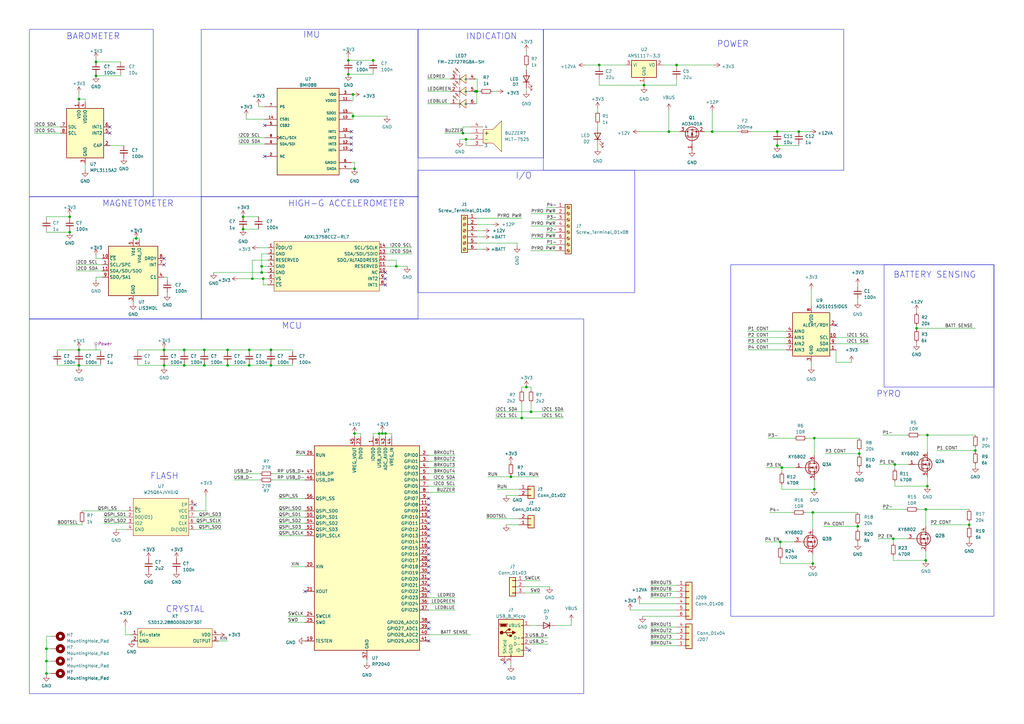
<source format=kicad_sch>
(kicad_sch (version 20230121) (generator eeschema)
  (paper "A3")
  (junction (at 318.77 59.69))
  (junction (at 351.79 215.9))
  (junction (at 367.03 190.5))
  (junction (at 55.88 97.79))
  (junction (at 352.425 186.055))
  (junction (at 103.505 114.3))
  (junction (at 333.375 231.14))
  (junction (at 158.115 177.8))
  (junction (at 195.58 37.465))
  (junction (at 19.05 271.145))
  (junction (at 156.845 177.8))
  (junction (at 379.73 229.87))
  (junction (at 145.415 177.8))
  (junction (at 32.385 40.64))
  (junction (at 264.16 34.925))
  (junction (at 245.745 26.67))
  (junction (at 102.235 149.86))
  (junction (at 380.365 199.39))
  (junction (at 334.01 179.705))
  (junction (at 99.695 93.98))
  (junction (at 292.1 53.975))
  (junction (at 83.82 149.86))
  (junction (at 107.95 114.3))
  (junction (at 83.82 143.51))
  (junction (at 28.575 95.25))
  (junction (at 75.565 143.51))
  (junction (at 195.58 37.4737))
  (junction (at 209.55 195.58))
  (junction (at 334.01 200.66))
  (junction (at 19.05 276.225))
  (junction (at 327.66 53.975))
  (junction (at 32.385 149.86))
  (junction (at 215.9 158.75))
  (junction (at 67.31 143.51))
  (junction (at 397.51 215.265))
  (junction (at 99.695 88.9))
  (junction (at 39.37 31.115))
  (junction (at 67.31 149.86))
  (junction (at 318.77 53.975))
  (junction (at 162.56 109.22))
  (junction (at 142.875 24.765))
  (junction (at 194.945 37.465))
  (junction (at 145.415 69.215))
  (junction (at 189.865 54.61))
  (junction (at 93.345 149.86))
  (junction (at 379.73 208.915))
  (junction (at 400.05 184.785))
  (junction (at 102.235 143.51))
  (junction (at 277.495 26.67))
  (junction (at 320.675 191.77))
  (junction (at 380.365 178.435))
  (junction (at 333.375 210.185))
  (junction (at 111.125 143.51))
  (junction (at 93.345 143.51))
  (junction (at 153.035 24.765))
  (junction (at 320.04 222.25))
  (junction (at 28.575 88.9))
  (junction (at 111.125 149.86))
  (junction (at 142.875 30.48))
  (junction (at 32.385 143.51))
  (junction (at 217.805 168.91))
  (junction (at 274.32 53.975))
  (junction (at 75.565 149.86))
  (junction (at 191.135 57.15))
  (junction (at 107.315 111.76))
  (junction (at 155.575 177.8))
  (junction (at 19.05 266.065))
  (junction (at 39.37 25.4))
  (junction (at 375.92 134.62))
  (junction (at 107.315 109.22))
  (junction (at 213.995 171.45))
  (junction (at 366.395 220.98))
  (junction (at 144.78 38.735))
  (junction (at 144.78 47.625))
  (no_connect (at 158.115 114.3))
  (no_connect (at 175.895 240.03))
  (no_connect (at 144.145 53.975))
  (no_connect (at 175.895 242.57))
  (no_connect (at 175.895 224.79))
  (no_connect (at 108.585 51.435))
  (no_connect (at 175.895 255.27))
  (no_connect (at 175.895 257.81))
  (no_connect (at 342.9 133.35))
  (no_connect (at 175.895 222.25))
  (no_connect (at 175.895 229.87))
  (no_connect (at 175.895 234.95))
  (no_connect (at 175.895 262.89))
  (no_connect (at 175.895 217.17))
  (no_connect (at 175.895 219.71))
  (no_connect (at 67.31 106.045))
  (no_connect (at 175.895 204.47))
  (no_connect (at 108.585 64.135))
  (no_connect (at 175.895 227.33))
  (no_connect (at 45.085 52.07))
  (no_connect (at 158.115 116.84))
  (no_connect (at 125.095 242.57))
  (no_connect (at 45.085 54.61))
  (no_connect (at 144.145 56.515))
  (no_connect (at 175.895 214.63))
  (no_connect (at 144.145 61.595))
  (no_connect (at 217.17 266.7))
  (no_connect (at 207.01 271.78))
  (no_connect (at 175.895 212.09))
  (no_connect (at 80.01 207.01))
  (no_connect (at 175.895 232.41))
  (no_connect (at 175.895 207.01))
  (no_connect (at 175.895 209.55))
  (no_connect (at 67.31 108.585))
  (no_connect (at 158.115 111.76))
  (no_connect (at 144.145 59.055))
  (no_connect (at 175.895 237.49))
  (wire (pts (xy 195.58 42.545) (xy 195.58 37.4737)))
  (wire (pts (xy 375.92 127.635) (xy 375.92 128.27)))
  (wire (pts (xy 106.045 88.9) (xy 99.695 88.9)))
  (wire (pts (xy 209.55 194.945) (xy 209.55 195.58)))
  (wire (pts (xy 175.895 199.39) (xy 186.69 199.39)))
  (wire (pts (xy 342.9 140.97) (xy 356.235 140.97)))
  (wire (pts (xy 375.92 133.35) (xy 375.92 134.62)))
  (wire (pts (xy 288.925 53.975) (xy 292.1 53.975)))
  (wire (pts (xy 109.855 106.68) (xy 103.505 106.68)))
  (wire (pts (xy 212.09 99.695) (xy 195.58 99.695)))
  (wire (pts (xy 351.79 222.25) (xy 351.79 222.885)))
  (wire (pts (xy 67.31 149.86) (xy 67.31 149.225)))
  (wire (pts (xy 277.495 245.11) (xy 266.7 245.11)))
  (wire (pts (xy 19.05 276.86) (xy 19.05 276.225)))
  (wire (pts (xy 245.11 44.45) (xy 245.11 45.72)))
  (wire (pts (xy 332.105 53.975) (xy 327.66 53.975)))
  (wire (pts (xy 189.865 54.6187) (xy 189.865 54.61)))
  (wire (pts (xy 195.58 37.4737) (xy 193.816 37.4737)))
  (wire (pts (xy 194.451 32.3937) (xy 194.451 32.385)))
  (wire (pts (xy 107.315 109.22) (xy 107.315 111.76)))
  (wire (pts (xy 203.2 171.45) (xy 213.995 171.45)))
  (wire (pts (xy 264.16 34.925) (xy 277.495 34.925)))
  (wire (pts (xy 175.895 186.69) (xy 186.69 186.69)))
  (wire (pts (xy 195.58 37.4737) (xy 195.58 37.465)))
  (wire (pts (xy 145.415 177.8) (xy 147.955 177.8)))
  (wire (pts (xy 23.495 149.86) (xy 23.495 149.225)))
  (wire (pts (xy 32.385 149.86) (xy 32.385 149.225)))
  (wire (pts (xy 75.565 149.86) (xy 75.565 149.225)))
  (wire (pts (xy 125.095 232.41) (xy 119.38 232.41)))
  (wire (pts (xy 32.385 149.86) (xy 32.385 150.495)))
  (wire (pts (xy 333.375 210.185) (xy 351.79 210.185)))
  (wire (pts (xy 144.145 48.895) (xy 144.78 48.895)))
  (wire (pts (xy 320.04 231.14) (xy 320.04 229.235)))
  (wire (pts (xy 215.265 240.665) (xy 225.425 240.665)))
  (wire (pts (xy 277.495 26.67) (xy 277.495 27.305)))
  (wire (pts (xy 121.285 186.69) (xy 125.095 186.69)))
  (wire (pts (xy 320.675 193.675) (xy 320.675 191.77)))
  (wire (pts (xy 93.345 143.51) (xy 93.345 144.145)))
  (wire (pts (xy 361.95 208.915) (xy 371.475 208.915)))
  (wire (pts (xy 55.88 97.79) (xy 57.15 97.79)))
  (wire (pts (xy 83.82 149.86) (xy 93.345 149.86)))
  (wire (pts (xy 42.545 212.09) (xy 52.07 212.09)))
  (wire (pts (xy 334.01 200.66) (xy 320.675 200.66)))
  (wire (pts (xy 103.505 114.3) (xy 107.95 114.3)))
  (wire (pts (xy 334.01 196.85) (xy 334.01 200.66)))
  (wire (pts (xy 351.79 122.555) (xy 351.79 123.825)))
  (wire (pts (xy 158.115 109.22) (xy 162.56 109.22)))
  (wire (pts (xy 380.365 199.39) (xy 367.03 199.39)))
  (wire (pts (xy 191.135 57.15) (xy 191.135 59.69)))
  (wire (pts (xy 33.655 215.265) (xy 33.655 214.63)))
  (wire (pts (xy 212.725 215.265) (xy 207.645 215.265)))
  (wire (pts (xy 195.58 102.235) (xy 198.12 102.235)))
  (wire (pts (xy 327.66 59.69) (xy 318.77 59.69)))
  (wire (pts (xy 212.09 100.965) (xy 212.09 99.695)))
  (wire (pts (xy 114.3 209.55) (xy 125.095 209.55)))
  (wire (pts (xy 397.51 220.98) (xy 397.51 221.615)))
  (wire (pts (xy 314.96 179.705) (xy 325.755 179.705)))
  (wire (pts (xy 201.93 37.465) (xy 203.835 37.465)))
  (wire (pts (xy 306.705 140.97) (xy 322.58 140.97)))
  (wire (pts (xy 114.3 212.09) (xy 125.095 212.09)))
  (wire (pts (xy 39.37 113.665) (xy 41.91 113.665)))
  (wire (pts (xy 32.385 38.1) (xy 32.385 40.64)))
  (wire (pts (xy 332.74 148.59) (xy 332.74 150.495)))
  (wire (pts (xy 19.05 276.225) (xy 20.955 276.225)))
  (wire (pts (xy 234.315 254.635) (xy 234.315 256.54)))
  (wire (pts (xy 366.395 220.98) (xy 372.11 220.98)))
  (wire (pts (xy 45.085 59.69) (xy 50.8 59.69)))
  (wire (pts (xy 106.045 43.815) (xy 108.585 43.815)))
  (wire (pts (xy 213.995 165.1) (xy 213.995 171.45)))
  (wire (pts (xy 224.155 100.33) (xy 227.965 100.33)))
  (wire (pts (xy 54.61 97.79) (xy 54.61 98.425)))
  (wire (pts (xy 191.135 57.15) (xy 193.04 57.15)))
  (wire (pts (xy 75.565 143.51) (xy 83.82 143.51)))
  (wire (pts (xy 182.386 54.6187) (xy 189.865 54.6187)))
  (wire (pts (xy 67.31 113.665) (xy 68.58 113.665)))
  (wire (pts (xy 332.74 118.745) (xy 332.74 125.73)))
  (wire (pts (xy 83.82 149.86) (xy 83.82 149.225)))
  (wire (pts (xy 175.895 189.23) (xy 186.69 189.23)))
  (wire (pts (xy 67.31 149.86) (xy 67.31 150.495)))
  (wire (pts (xy 100.965 47.625) (xy 100.965 48.895)))
  (wire (pts (xy 68.58 113.665) (xy 68.58 114.935)))
  (wire (pts (xy 213.995 171.45) (xy 231.14 171.45)))
  (wire (pts (xy 109.855 109.22) (xy 107.315 109.22)))
  (wire (pts (xy 19.05 260.985) (xy 20.955 260.985)))
  (wire (pts (xy 400.05 190.5) (xy 400.05 191.135)))
  (wire (pts (xy 33.655 209.55) (xy 52.07 209.55)))
  (wire (pts (xy 217.805 158.75) (xy 217.805 160.02)))
  (wire (pts (xy 189.865 54.61) (xy 193.04 54.61)))
  (wire (pts (xy 217.805 168.91) (xy 231.14 168.91)))
  (wire (pts (xy 263.525 252.73) (xy 277.495 252.73)))
  (wire (pts (xy 23.495 215.265) (xy 33.655 215.265)))
  (wire (pts (xy 106.045 93.98) (xy 99.695 93.98)))
  (wire (pts (xy 93.345 143.51) (xy 102.235 143.51)))
  (wire (pts (xy 193.816 37.4737) (xy 193.816 37.465)))
  (wire (pts (xy 39.37 106.045) (xy 41.91 106.045)))
  (wire (pts (xy 34.925 41.91) (xy 34.925 40.64)))
  (wire (pts (xy 114.3 219.71) (xy 125.095 219.71)))
  (wire (pts (xy 352.425 191.77) (xy 352.425 192.405)))
  (wire (pts (xy 39.37 31.115) (xy 49.53 31.115)))
  (wire (pts (xy 224.155 85.09) (xy 227.965 85.09)))
  (wire (pts (xy 175.895 260.35) (xy 193.04 260.35)))
  (wire (pts (xy 366.395 222.885) (xy 366.395 220.98)))
  (wire (pts (xy 145.415 177.8) (xy 145.415 179.07)))
  (wire (pts (xy 41.275 149.86) (xy 41.275 149.225)))
  (wire (pts (xy 262.255 53.975) (xy 274.32 53.975)))
  (wire (pts (xy 108.585 59.055) (xy 97.79 59.055)))
  (wire (pts (xy 213.995 158.75) (xy 215.9 158.75)))
  (wire (pts (xy 367.03 192.405) (xy 367.03 190.5)))
  (wire (pts (xy 142.875 29.845) (xy 142.875 30.48)))
  (wire (pts (xy 320.04 224.155) (xy 320.04 222.25)))
  (wire (pts (xy 156.845 177.165) (xy 156.845 177.8)))
  (wire (pts (xy 144.145 38.735) (xy 144.78 38.735)))
  (wire (pts (xy 114.3 217.17) (xy 125.095 217.17)))
  (wire (pts (xy 245.745 32.385) (xy 245.745 34.925)))
  (wire (pts (xy 47.625 217.17) (xy 52.07 217.17)))
  (wire (pts (xy 175.895 250.19) (xy 186.69 250.19)))
  (wire (pts (xy 111.76 194.31) (xy 125.095 194.31)))
  (wire (pts (xy 320.675 200.66) (xy 320.675 198.755)))
  (wire (pts (xy 215.9 20.955) (xy 215.9 22.225)))
  (wire (pts (xy 188.595 57.15) (xy 191.135 57.15)))
  (wire (pts (xy 144.145 66.675) (xy 145.415 66.675)))
  (wire (pts (xy 19.05 88.9) (xy 19.05 89.535)))
  (wire (pts (xy 338.455 186.055) (xy 352.425 186.055)))
  (wire (pts (xy 175.26 37.465) (xy 184.785 37.465)))
  (wire (pts (xy 274.32 53.975) (xy 278.765 53.975)))
  (wire (pts (xy 215.9 158.75) (xy 217.805 158.75)))
  (wire (pts (xy 95.885 196.85) (xy 106.68 196.85)))
  (wire (pts (xy 175.895 194.31) (xy 186.69 194.31)))
  (wire (pts (xy 23.495 143.51) (xy 23.495 144.145)))
  (wire (pts (xy 217.805 102.87) (xy 227.965 102.87)))
  (wire (pts (xy 32.385 149.86) (xy 41.275 149.86)))
  (wire (pts (xy 258.445 250.19) (xy 277.495 250.19)))
  (wire (pts (xy 144.78 41.275) (xy 144.78 38.735)))
  (wire (pts (xy 217.805 165.1) (xy 217.805 168.91)))
  (wire (pts (xy 107.95 116.84) (xy 107.95 114.3)))
  (wire (pts (xy 102.235 149.86) (xy 111.125 149.86)))
  (wire (pts (xy 207.645 203.2) (xy 212.725 203.2)))
  (wire (pts (xy 292.1 45.72) (xy 292.1 53.975)))
  (wire (pts (xy 28.575 95.25) (xy 19.05 95.25)))
  (wire (pts (xy 84.455 209.55) (xy 80.01 209.55)))
  (wire (pts (xy 277.495 264.795) (xy 266.7 264.795)))
  (wire (pts (xy 334.01 179.705) (xy 352.425 179.705)))
  (wire (pts (xy 19.05 276.225) (xy 19.05 271.145)))
  (wire (pts (xy 277.495 240.03) (xy 266.7 240.03)))
  (wire (pts (xy 342.9 148.59) (xy 349.25 148.59)))
  (wire (pts (xy 32.385 40.64) (xy 32.385 41.91)))
  (wire (pts (xy 142.875 23.495) (xy 142.875 24.765)))
  (wire (pts (xy 142.875 30.48) (xy 153.035 30.48)))
  (wire (pts (xy 217.17 261.62) (xy 224.79 261.62)))
  (wire (pts (xy 375.92 134.62) (xy 400.05 134.62)))
  (wire (pts (xy 195.58 37.465) (xy 196.85 37.465)))
  (wire (pts (xy 195.721 32.3937) (xy 195.721 37.4737)))
  (wire (pts (xy 366.395 229.87) (xy 366.395 227.965)))
  (wire (pts (xy 95.885 194.31) (xy 106.68 194.31)))
  (wire (pts (xy 320.04 222.25) (xy 325.755 222.25)))
  (wire (pts (xy 200.025 195.58) (xy 209.55 195.58)))
  (wire (pts (xy 342.9 143.51) (xy 342.9 148.59)))
  (wire (pts (xy 41.275 143.51) (xy 41.275 144.145)))
  (wire (pts (xy 153.035 29.845) (xy 153.035 30.48)))
  (wire (pts (xy 32.385 143.51) (xy 32.385 144.145)))
  (wire (pts (xy 93.345 149.86) (xy 93.345 149.225)))
  (wire (pts (xy 277.495 26.67) (xy 292.735 26.67)))
  (wire (pts (xy 313.69 222.25) (xy 320.04 222.25)))
  (wire (pts (xy 360.68 190.5) (xy 367.03 190.5)))
  (wire (pts (xy 153.035 177.8) (xy 155.575 177.8)))
  (wire (pts (xy 100.965 48.895) (xy 108.585 48.895)))
  (wire (pts (xy 195.58 94.615) (xy 198.12 94.615)))
  (wire (pts (xy 381.635 215.265) (xy 397.51 215.265)))
  (wire (pts (xy 215.9 28.575) (xy 215.9 27.305)))
  (wire (pts (xy 55.88 97.79) (xy 54.61 97.79)))
  (wire (pts (xy 67.31 143.51) (xy 67.31 144.145)))
  (wire (pts (xy 330.835 179.705) (xy 334.01 179.705)))
  (wire (pts (xy 102.235 143.51) (xy 111.125 143.51)))
  (wire (pts (xy 189.865 54.61) (xy 189.865 52.07)))
  (wire (pts (xy 103.505 106.68) (xy 103.505 114.3)))
  (wire (pts (xy 191.135 59.69) (xy 193.04 59.69)))
  (wire (pts (xy 153.035 24.765) (xy 153.67 24.765)))
  (wire (pts (xy 120.015 143.51) (xy 120.015 144.145)))
  (wire (pts (xy 376.555 208.915) (xy 379.73 208.915)))
  (wire (pts (xy 162.56 109.22) (xy 162.56 106.68)))
  (wire (pts (xy 375.92 134.62) (xy 375.92 135.255)))
  (wire (pts (xy 51.435 260.35) (xy 53.975 260.35)))
  (wire (pts (xy 277.495 259.715) (xy 266.7 259.715)))
  (wire (pts (xy 34.925 69.85) (xy 34.925 67.31)))
  (wire (pts (xy 195.721 32.3937) (xy 194.451 32.3937)))
  (wire (pts (xy 24.765 54.61) (xy 13.97 54.61)))
  (wire (pts (xy 175.895 201.93) (xy 186.69 201.93)))
  (wire (pts (xy 379.73 208.915) (xy 397.51 208.915)))
  (wire (pts (xy 87.63 111.76) (xy 107.315 111.76)))
  (wire (pts (xy 314.325 191.77) (xy 320.675 191.77)))
  (wire (pts (xy 189.865 52.07) (xy 193.04 52.07)))
  (wire (pts (xy 67.31 143.51) (xy 75.565 143.51)))
  (wire (pts (xy 367.03 199.39) (xy 367.03 197.485)))
  (wire (pts (xy 333.375 231.14) (xy 320.04 231.14)))
  (wire (pts (xy 34.925 40.64) (xy 32.385 40.64)))
  (wire (pts (xy 39.37 25.4) (xy 49.53 25.4)))
  (wire (pts (xy 32.385 142.875) (xy 32.385 143.51)))
  (wire (pts (xy 215.265 243.205) (xy 221.615 243.205)))
  (wire (pts (xy 67.31 142.875) (xy 67.31 143.51)))
  (wire (pts (xy 144.145 46.355) (xy 144.78 46.355)))
  (wire (pts (xy 217.805 92.71) (xy 227.965 92.71)))
  (wire (pts (xy 114.3 204.47) (xy 125.095 204.47)))
  (wire (pts (xy 224.155 95.25) (xy 227.965 95.25)))
  (wire (pts (xy 213.995 158.75) (xy 213.995 160.02)))
  (wire (pts (xy 19.05 271.145) (xy 20.955 271.145)))
  (wire (pts (xy 118.11 252.73) (xy 125.095 252.73)))
  (wire (pts (xy 256.54 26.67) (xy 245.745 26.67)))
  (wire (pts (xy 194.451 32.385) (xy 194.945 32.385)))
  (wire (pts (xy 379.73 226.06) (xy 379.73 229.87)))
  (wire (pts (xy 245.745 34.925) (xy 264.16 34.925)))
  (wire (pts (xy 155.575 177.8) (xy 156.845 177.8)))
  (wire (pts (xy 93.345 262.89) (xy 89.535 262.89)))
  (wire (pts (xy 142.875 24.765) (xy 153.035 24.765)))
  (wire (pts (xy 203.835 200.66) (xy 212.725 200.66)))
  (wire (pts (xy 80.01 217.17) (xy 90.805 217.17)))
  (wire (pts (xy 271.78 26.67) (xy 277.495 26.67)))
  (wire (pts (xy 209.55 195.58) (xy 220.98 195.58)))
  (wire (pts (xy 93.345 149.86) (xy 102.235 149.86)))
  (wire (pts (xy 56.515 143.51) (xy 67.31 143.51)))
  (wire (pts (xy 361.95 178.435) (xy 372.11 178.435)))
  (wire (pts (xy 193.816 37.465) (xy 194.945 37.465)))
  (wire (pts (xy 330.2 210.185) (xy 333.375 210.185)))
  (wire (pts (xy 56.515 143.51) (xy 56.515 144.145)))
  (wire (pts (xy 217.805 97.79) (xy 227.965 97.79)))
  (wire (pts (xy 106.045 101.6) (xy 109.855 101.6)))
  (wire (pts (xy 234.315 256.54) (xy 227.965 256.54)))
  (wire (pts (xy 111.125 143.51) (xy 120.015 143.51)))
  (wire (pts (xy 107.315 104.14) (xy 107.315 109.22)))
  (wire (pts (xy 175.895 245.11) (xy 186.69 245.11)))
  (wire (pts (xy 150.495 271.78) (xy 150.495 270.51)))
  (wire (pts (xy 158.115 106.68) (xy 162.56 106.68)))
  (wire (pts (xy 144.78 46.355) (xy 144.78 47.625)))
  (wire (pts (xy 209.55 271.78) (xy 209.55 273.05)))
  (wire (pts (xy 158.115 101.6) (xy 168.91 101.6)))
  (wire (pts (xy 24.765 52.07) (xy 13.97 52.07)))
  (wire (pts (xy 203.2 168.91) (xy 217.805 168.91)))
  (wire (pts (xy 155.575 177.8) (xy 155.575 179.07)))
  (wire (pts (xy 306.705 138.43) (xy 322.58 138.43)))
  (wire (pts (xy 367.03 190.5) (xy 372.745 190.5)))
  (wire (pts (xy 39.37 24.13) (xy 39.37 25.4)))
  (wire (pts (xy 306.705 143.51) (xy 322.58 143.51)))
  (wire (pts (xy 360.045 220.98) (xy 366.395 220.98)))
  (wire (pts (xy 120.015 149.86) (xy 120.015 149.225)))
  (wire (pts (xy 277.495 262.255) (xy 266.7 262.255)))
  (wire (pts (xy 28.575 94.615) (xy 28.575 95.25)))
  (wire (pts (xy 400.05 184.785) (xy 400.05 185.42)))
  (wire (pts (xy 194.945 37.465) (xy 195.58 37.465)))
  (wire (pts (xy 397.51 213.995) (xy 397.51 215.265)))
  (wire (pts (xy 333.375 227.33) (xy 333.375 231.14)))
  (wire (pts (xy 111.76 196.85) (xy 125.095 196.85)))
  (wire (pts (xy 337.82 215.9) (xy 351.79 215.9)))
  (wire (pts (xy 277.495 257.175) (xy 266.7 257.175)))
  (wire (pts (xy 118.11 255.27) (xy 125.095 255.27)))
  (wire (pts (xy 158.115 104.14) (xy 168.91 104.14)))
  (wire (pts (xy 352.425 184.785) (xy 352.425 186.055)))
  (wire (pts (xy 28.575 88.265) (xy 28.575 88.9)))
  (wire (pts (xy 379.73 208.915) (xy 379.73 215.9)))
  (wire (pts (xy 49.53 30.48) (xy 49.53 31.115)))
  (wire (pts (xy 377.19 178.435) (xy 380.365 178.435)))
  (wire (pts (xy 195.58 89.535) (xy 213.995 89.535)))
  (wire (pts (xy 97.79 114.3) (xy 103.505 114.3)))
  (wire (pts (xy 277.495 34.925) (xy 277.495 32.385)))
  (wire (pts (xy 215.265 238.125) (xy 221.615 238.125)))
  (wire (pts (xy 262.255 247.015) (xy 262.255 247.65)))
  (wire (pts (xy 107.315 111.76) (xy 109.855 111.76)))
  (wire (pts (xy 19.05 266.065) (xy 20.955 266.065)))
  (wire (pts (xy 41.91 108.585) (xy 31.115 108.585)))
  (wire (pts (xy 32.385 143.51) (xy 41.275 143.51)))
  (wire (pts (xy 114.3 214.63) (xy 125.095 214.63)))
  (wire (pts (xy 327.66 59.055) (xy 327.66 59.69)))
  (wire (pts (xy 108.585 56.515) (xy 97.79 56.515)))
  (wire (pts (xy 158.115 177.8) (xy 160.655 177.8)))
  (wire (pts (xy 23.495 149.86) (xy 32.385 149.86)))
  (wire (pts (xy 333.375 210.185) (xy 333.375 217.17)))
  (wire (pts (xy 175.895 247.65) (xy 186.69 247.65)))
  (wire (pts (xy 375.92 140.335) (xy 375.92 140.97)))
  (wire (pts (xy 264.16 35.56) (xy 264.16 34.925)))
  (wire (pts (xy 51.435 256.54) (xy 51.435 260.35)))
  (wire (pts (xy 39.37 104.775) (xy 39.37 106.045)))
  (wire (pts (xy 28.575 88.9) (xy 28.575 89.535)))
  (wire (pts (xy 75.565 143.51) (xy 75.565 144.145)))
  (wire (pts (xy 80.01 212.09) (xy 90.805 212.09)))
  (wire (pts (xy 384.175 184.785) (xy 400.05 184.785)))
  (wire (pts (xy 19.05 271.145) (xy 19.05 266.065)))
  (wire (pts (xy 194.945 42.545) (xy 195.58 42.545)))
  (wire (pts (xy 67.31 149.86) (xy 56.515 149.86)))
  (wire (pts (xy 379.73 229.87) (xy 366.395 229.87)))
  (wire (pts (xy 380.365 178.435) (xy 380.365 185.42)))
  (wire (pts (xy 262.255 247.65) (xy 277.495 247.65)))
  (wire (pts (xy 145.415 66.675) (xy 145.415 69.215)))
  (wire (pts (xy 111.125 149.86) (xy 111.125 149.225)))
  (wire (pts (xy 39.37 114.935) (xy 39.37 113.665)))
  (wire (pts (xy 351.79 215.265) (xy 351.79 215.9)))
  (wire (pts (xy 400.05 183.515) (xy 400.05 184.785)))
  (wire (pts (xy 217.17 264.16) (xy 224.79 264.16)))
  (wire (pts (xy 162.56 109.22) (xy 167.005 109.22)))
  (wire (pts (xy 188.595 57.785) (xy 188.595 57.15)))
  (wire (pts (xy 224.155 90.17) (xy 227.965 90.17)))
  (wire (pts (xy 158.75 47.625) (xy 144.78 47.625)))
  (wire (pts (xy 342.9 138.43) (xy 356.235 138.43)))
  (wire (pts (xy 67.31 149.86) (xy 75.565 149.86)))
  (wire (pts (xy 327.66 53.975) (xy 318.77 53.975)))
  (wire (pts (xy 111.125 143.51) (xy 111.125 144.145)))
  (wire (pts (xy 144.145 41.275) (xy 144.78 41.275)))
  (wire (pts (xy 23.495 143.51) (xy 32.385 143.51)))
  (wire (pts (xy 195.58 97.155) (xy 198.12 97.155)))
  (wire (pts (xy 240.03 26.67) (xy 245.745 26.67)))
  (wire (pts (xy 109.855 104.14) (xy 107.315 104.14)))
  (wire (pts (xy 57.15 97.79) (xy 57.15 98.425)))
  (wire (pts (xy 56.515 149.86) (xy 56.515 149.225)))
  (wire (pts (xy 195.721 37.4737) (xy 195.58 37.4737)))
  (wire (pts (xy 84.455 203.2) (xy 84.455 209.55)))
  (wire (pts (xy 158.115 177.8) (xy 158.115 179.07)))
  (wire (pts (xy 111.125 149.86) (xy 120.015 149.86)))
  (wire (pts (xy 351.79 116.84) (xy 351.79 117.475)))
  (wire (pts (xy 175.26 42.545) (xy 184.785 42.545)))
  (wire (pts (xy 19.05 88.9) (xy 28.575 88.9)))
  (wire (pts (xy 54.61 123.825) (xy 54.61 124.46)))
  (wire (pts (xy 245.745 26.67) (xy 245.745 27.305)))
  (wire (pts (xy 320.675 191.77) (xy 326.39 191.77)))
  (wire (pts (xy 109.855 116.84) (xy 107.95 116.84)))
  (wire (pts (xy 351.79 215.9) (xy 351.79 217.17)))
  (wire (pts (xy 144.145 69.215) (xy 145.415 69.215)))
  (wire (pts (xy 102.235 149.86) (xy 102.235 149.225)))
  (wire (pts (xy 397.51 215.265) (xy 397.51 215.9)))
  (wire (pts (xy 318.77 59.055) (xy 318.77 59.69)))
  (wire (pts (xy 380.365 195.58) (xy 380.365 199.39)))
  (wire (pts (xy 80.01 214.63) (xy 90.805 214.63)))
  (wire (pts (xy 160.655 177.8) (xy 160.655 179.07)))
  (wire (pts (xy 292.1 53.975) (xy 302.895 53.975)))
  (wire (pts (xy 153.035 179.07) (xy 153.035 177.8)))
  (wire (pts (xy 68.58 120.015) (xy 68.58 120.65)))
  (wire (pts (xy 215.9 36.195) (xy 215.9 37.465)))
  (wire (pts (xy 315.595 210.185) (xy 325.12 210.185)))
  (wire (pts (xy 144.78 47.625) (xy 144.78 48.895)))
  (wire (pts (xy 147.955 177.8) (xy 147.955 179.07)))
  (wire (pts (xy 19.05 94.615) (xy 19.05 95.25)))
  (wire (pts (xy 264.16 34.29) (xy 264.16 34.925)))
  (wire (pts (xy 102.235 143.51) (xy 102.235 144.145)))
  (wire (pts (xy 217.805 87.63) (xy 227.965 87.63)))
  (wire (pts (xy 195.58 92.075) (xy 201.93 92.075)))
  (wire (pts (xy 306.705 135.89) (xy 322.58 135.89)))
  (wire (pts (xy 175.895 196.85) (xy 186.69 196.85)))
  (wire (pts (xy 107.95 114.3) (xy 109.855 114.3)))
  (wire (pts (xy 217.17 256.54) (xy 220.345 256.54)))
  (wire (pts (xy 175.895 191.77) (xy 186.69 191.77)))
  (wire (pts (xy 42.545 214.63) (xy 52.07 214.63)))
  (wire (pts (xy 75.565 149.86) (xy 83.82 149.86)))
  (wire (pts (xy 334.01 179.705) (xy 334.01 186.69)))
  (wire (pts (xy 19.05 266.065) (xy 19.05 260.985)))
  (wire (pts (xy 212.725 212.725) (xy 199.39 212.725)))
  (wire (pts (xy 106.045 43.815) (xy 106.045 43.18)))
  (wire (pts (xy 307.975 53.975) (xy 318.77 53.975)))
  (wire (pts (xy 352.425 186.055) (xy 352.425 186.69)))
  (wire (pts (xy 41.91 111.125) (xy 31.115 111.125)))
  (wire (pts (xy 274.32 45.085) (xy 274.32 53.975)))
  (wire (pts (xy 156.845 177.8) (xy 158.115 177.8)))
  (wire (pts (xy 245.11 59.69) (xy 245.11 60.96)))
  (wire (pts (xy 175.26 32.385) (xy 184.785 32.385)))
  (wire (pts (xy 277.495 242.57) (xy 266.7 242.57)))
  (wire (pts (xy 83.82 143.51) (xy 83.82 144.145)))
  (wire (pts (xy 39.37 30.48) (xy 39.37 31.115)))
  (wire (pts (xy 245.11 52.07) (xy 245.11 50.8)))
  (wire (pts (xy 83.82 143.51) (xy 93.345 143.51)))
  (wire (pts (xy 380.365 178.435) (xy 400.05 178.435)))
  (rectangle (start 362.585 108.585) (end 407.67 158.75))
  (rectangle (start 12.065 130.81) (end 239.395 284.48))
  (rectangle (start 171.45 69.85) (end 260.35 120.015))
  (rectangle (start 12.065 12.065) (end 62.865 80.645))
  (rectangle (start 82.55 12.065) (end 171.45 80.645))
  (rectangle (start 82.55 80.645) (end 171.45 130.81))
  (rectangle (start 171.45 12.065) (end 222.885 64.77))
  (rectangle (start 299.72 108.585) (end 407.67 252.73))
  (rectangle (start 222.885 12.065) (end 346.075 69.85))
  (rectangle (start 12.065 80.645) (end 82.55 130.81))
  (text "PYRO" (at 359.41 163.195 0) (effects (font (size 2.54 2.54)) (justify left bottom)))
  (text "POWER\n" (at 294.005 19.685 0) (effects (font (size 2.54 2.54)) (justify left bottom)))
  (text "IMU" (at 124.319 15.8663 0) (effects (font (size 2.54 2.54)) (justify left bottom)))
  (text "I/O" (at 211.455 73.66 0) (effects (font (size 2.54 2.54)) (justify left bottom)))
  (text "CRYSTAL" (at 67.945 251.46 0) (effects (font (size 2.54 2.54)) (justify left bottom)))
  (text "INDICATION" (at 191.135 16.51 0) (effects (font (size 2.54 2.54)) (justify left bottom)))
  (text "FLASH" (at 61.595 196.85 0) (effects (font (size 2.54 2.54)) (justify left bottom)))
  (text "BATTERY SENSING" (at 366.395 114.3 0) (effects (font (size 2.54 2.54)) (justify left bottom)))
  (text "HIGH-G ACCELEROMETER" (at 118.11 85.09 0) (effects (font (size 2.54 2.54)) (justify left bottom)))
  (text "MAGNETOMETER" (at 41.91 85.09 0) (effects (font (size 2.54 2.54)) (justify left bottom)))
  (text "MCU" (at 115.57 135.255 0) (effects (font (size 2.54 2.54)) (justify left bottom)))
  (text "BAROMETER" (at 27.164 16.5013 0) (effects (font (size 2.54 2.54)) (justify left bottom)))
  (label "BRKOUT2" (at 266.7 259.715 0))
  (label "BRKOUT3" (at 186.69 191.77 180))
  (label "P3 CONT " (at 338.455 186.055 0))
  (label "QSPI_SD2" (at 42.545 214.63 0))
  (label "P4-" (at 224.155 85.09 0))
  (label "I2C0 SDA" (at 13.97 52.07 0))
  (label "I2C0 SDA" (at 97.79 59.055 0))
  (label "BRKOUT2" (at 186.69 189.23 180))
  (label "QSPI_SDO" (at 90.805 217.17 180))
  (label "XIN" (at 93.345 262.89 180))
  (label "P4 CONT " (at 337.82 215.9 0))
  (label "P3 EN " (at 314.325 191.77 0))
  (label "P2 EN " (at 360.045 220.98 0))
  (label "P3 CONT " (at 306.705 140.97 0))
  (label "RUN" (at 200.025 195.58 0))
  (label "P1 CONT " (at 384.175 184.785 0))
  (label "LEDRED" (at 175.26 32.385 0))
  (label "BRKOUT4" (at 266.7 264.795 0))
  (label "I2C1 SCL" (at 203.2 171.45 0))
  (label "QSPI_SD3" (at 90.805 212.09 180))
  (label "BATT SENSE " (at 400.05 134.62 180))
  (label "QSPI_SS" (at 114.3 204.47 0))
  (label "BOOTSEL" (at 199.39 212.725 0))
  (label "RUN" (at 121.285 186.69 0))
  (label "PYRO PWR" (at 217.805 97.79 0))
  (label "P3-" (at 314.96 179.705 0))
  (label "BRKOUT7" (at 266.7 245.11 0))
  (label "LEDBLUE" (at 186.69 250.19 180))
  (label "P2 CONT " (at 306.705 138.43 0))
  (label "P2 CONT " (at 381.635 215.265 0))
  (label "LEDBLUE" (at 175.26 42.545 0))
  (label "QSPI_SD1" (at 114.3 212.09 0))
  (label "P4-" (at 315.595 210.185 0))
  (label "BRKOUT1" (at 266.7 257.175 0))
  (label "I2C0 SCL" (at 97.79 56.515 0))
  (label "QSPI_SD1" (at 42.545 212.09 0))
  (label "BOOTSEL" (at 23.495 215.265 0))
  (label "QSPI_SDO" (at 114.3 209.55 0))
  (label "RUN" (at 203.835 200.66 0))
  (label "I2C1 SCL" (at 231.14 171.45 180))
  (label "I2C0 SDA" (at 186.69 196.85 180))
  (label "I2C1 SDA" (at 231.14 168.91 180))
  (label "USB_D-" (at 224.79 264.16 180))
  (label "USB_D+" (at 95.885 194.31 0))
  (label "BUZZER" (at 186.69 201.93 180))
  (label "RUN" (at 220.98 195.58 180))
  (label "I2C0 SDA" (at 31.115 111.125 0))
  (label "I2C1 SCL" (at 356.235 138.43 180))
  (label "USB_D-" (at 95.885 196.85 0))
  (label "P2-" (at 361.95 208.915 0))
  (label "P1-" (at 224.155 100.33 0))
  (label "I2C0 SCL" (at 168.91 101.6 180))
  (label "LEDGREEN" (at 186.69 247.65 180))
  (label "P3-" (at 224.155 90.17 0))
  (label "P4 CONT " (at 306.705 143.51 0))
  (label "PYRO PWR" (at 217.805 92.71 0))
  (label "SWCLK" (at 118.11 252.73 0))
  (label "RP USB_D+" (at 113.665 194.31 0))
  (label "I2C0 SCL" (at 31.115 108.585 0))
  (label "PYRO PWR" (at 217.805 87.63 0))
  (label "I2C0 SDA" (at 168.91 104.14 180))
  (label "QSPI_SCLK" (at 90.805 214.63 180))
  (label "P4 EN " (at 313.69 222.25 0))
  (label "QSPI_SCLK" (at 114.3 219.71 0))
  (label "I2C1 SDA" (at 356.235 140.97 180))
  (label "BRKOUT3" (at 266.7 262.255 0))
  (label "I2C0 SCL" (at 186.69 199.39 180))
  (label "LEDRED" (at 186.69 245.11 180))
  (label "PYRO PWR" (at 213.995 89.535 180))
  (label "BRKOUT6" (at 266.7 242.57 0))
  (label "P1-" (at 361.95 178.435 0))
  (label "PYRO PWR" (at 217.805 102.87 0))
  (label "BRKOUT5" (at 266.7 240.03 0))
  (label "SWD" (at 118.11 255.27 0))
  (label "QSPI_SD3" (at 114.3 217.17 0))
  (label "BRKOUT1" (at 186.69 186.69 180))
  (label "SWCLK" (at 221.615 238.125 180))
  (label "BRKOUT4" (at 186.69 194.31 180))
  (label "P1 CONT " (at 306.705 135.89 0))
  (label "QSPI_SS" (at 40.005 209.55 0))
  (label "BATT SENSE " (at 193.04 260.35 180))
  (label "USB_D+" (at 224.79 261.62 180))
  (label "QSPI_SD2" (at 114.3 214.63 0))
  (label "I2C1 SDA" (at 203.2 168.91 0))
  (label "BUZZER" (at 182.386 54.6187 0))
  (label "SWD" (at 221.615 243.205 180))
  (label "LEDGREEN" (at 175.26 37.465 0))
  (label "P2-" (at 224.155 95.25 0))
  (label "RP USB_D-" (at 113.665 196.85 0))
  (label "P1 EN " (at 360.68 190.5 0))
  (label "XIN" (at 119.38 232.41 0))
  (label "I2C0 SCL" (at 13.97 54.61 0))
  (netclass_flag "" (length 2.54) (shape round) (at 39.37 143.51 0) (property "Netclass" "Power" (at 40.0685 140.97 0) (effects (font italic) (justify left))))
  (symbol (lib_id "power:GND") (at 72.39 234.315 0) (unit 1)
    (property "Reference" "#PWR?" (effects hide))
    (property "Value" "GND" (at 72.39 238.76 0))
    (instances (project "Lyrav3" (path "" (reference "#PWR?") (unit 1)) (path "" (reference "#PWR043") (unit 1)) (path "" (reference "#PWR0278") (unit 1))) (project "Lyra V2" (path "" (reference "#PWR085") (unit 1))))
  )
  (symbol (lib_id "power:+3V3") (at 142.875 23.495 0) (unit 1)
    (property "Reference" "#PWR?" (effects hide))
    (property "Value" "+3V3" (at 142.875 20.32 0))
    (instances (project "Lyrav3" (path "" (reference "#PWR?") (unit 1)) (path "" (reference "#PWR075") (unit 1)) (path "" (reference "#PWR0202") (unit 1))) (project "Lyra V2" (path "" (reference "#PWR094") (unit 1))))
  )
  (symbol (lib_id "Device:R_Small") (at 213.995 162.56 0) (unit 1)
    (property "Reference" "R?" (at 211.455 161.925 0) (effects (justify right)))
    (property "Value" "2k2" (at 211.455 164.465 0) (effects (justify right)))
    (property "Footprint" "Resistor_SMD:R_0402_1005Metric" (effects hide))
    (property "LCSC Part" " C163447 " (effects hide))
    (instances (project "Lyrav3" (path "" (reference "R?") (unit 1)) (path "" (reference "R25") (unit 1)) (path "" (reference "R206") (unit 1))) (project "Lyra V2" (path "" (reference "R17") (unit 1))))
  )
  (symbol (lib_id "power:VBUS") (at 274.32 45.085 0) (unit 1)
    (property "Reference" "#PWR0288" (effects hide))
    (property "Value" "VBUS" (at 274.32 40.005 0))
  )
  (symbol (lib_id "power:GND") (at 397.51 221.615 0) (unit 1)
    (property "Reference" "#PWR067" (effects hide))
    (property "Value" "GND" (at 397.51 226.06 0))
    (instances (project "Lyrav3" (path "" (reference "#PWR067") (unit 1)) (path "" (reference "#PWR0271") (unit 1)) (path "" (reference "#PWR0325") (unit 1))) (project "Board2" (path "" (reference "#PWR067") (unit 1))) (project "Lyra V2" (path "" (reference "#PWR040") (unit 1))))
  )
  (symbol (lib_id "power:GND") (at 283.845 61.595 0) (unit 1)
    (property "Reference" "#PWR032" (effects hide))
    (property "Value" "GND" (at 283.845 66.675 0))
    (instances (project "Lyrav3" (path "" (reference "#PWR032") (unit 1)) (path "" (reference "#PWR0226") (unit 1)) (path "" (reference "#PWR0320") (unit 1))) (project "Board2" (path "" (reference "#PWR032") (unit 1))) (project "Lyra V2" (path "" (reference "#PWR09") (unit 1))))
  )
  (symbol (lib_id "power:GND") (at 99.695 93.98 0) (unit 1)
    (property "Reference" "#PWR?" (effects hide))
    (property "Value" "GND" (at 99.695 99.06 0))
    (instances (project "Lyrav3" (path "" (reference "#PWR?") (unit 1)) (path "" (reference "#PWR065") (unit 1)) (path "" (reference "#PWR0232") (unit 1))) (project "Lyra V2" (path "" (reference "#PWR098") (unit 1))))
  )
  (symbol (lib_id "Device:R_Small") (at 397.51 211.455 0) (unit 1)
    (property "Reference" "R17" (at 400.05 210.82 0) (effects (justify left)))
    (property "Value" "20k" (at 400.05 213.36 0) (effects (justify left)))
    (property "Footprint" "Resistor_SMD:R_0402_1005Metric" (effects hide))
    (instances (project "Lyrav3" (path "" (reference "R17") (unit 1)) (path "" (reference "R221") (unit 1)) (path "" (reference "R314") (unit 1))) (project "Board2" (path "" (reference "R17") (unit 1))) (project "Lyra V2" (path "" (reference "R6") (unit 1))))
  )
  (symbol (lib_id "power:GND") (at 209.55 273.05 0) (unit 1)
    (property "Reference" "#PWR?" (effects hide))
    (property "Value" "GND" (at 209.55 278.13 0))
    (instances (project "Lyrav3" (path "" (reference "#PWR?") (unit 1)) (path "" (reference "#PWR093") (unit 1)) (path "" (reference "#PWR0287") (unit 1))) (project "Lyra V2" (path "" (reference "#PWR05") (unit 1))))
  )
  (symbol (lib_id "power:GND") (at 39.37 114.935 0) (unit 1)
    (property "Reference" "#PWR?" (effects hide))
    (property "Value" "GND" (at 39.37 119.38 0))
    (instances (project "Lyrav3" (path "" (reference "#PWR?") (unit 1)) (path "" (reference "#PWR026") (unit 1)) (path "" (reference "#PWR0245") (unit 1))) (project "Lyra V2" (path "" (reference "#PWR050") (unit 1))))
  )
  (symbol (lib_id "Device:C_Small") (at 19.05 92.075 0) (unit 1)
    (property "Reference" "C?" (at 21.59 91.4463 0) (effects (justify left)))
    (property "Value" "1u" (at 21.59 93.9863 0) (effects (justify left)))
    (property "Footprint" "Capacitor_SMD:C_0402_1005Metric" (effects hide))
    (instances (project "Lyrav3" (path "" (reference "C?") (unit 1)) (path "" (reference "C7") (unit 1)) (path "" (reference "C214") (unit 1))) (project "Lyra V2" (path "" (reference "C10") (unit 1))))
  )
  (symbol (lib_id "power:+1V1") (at 32.385 142.875 0) (unit 1)
    (property "Reference" "#PWR?" (effects hide))
    (property "Value" "+1V1" (at 32.385 139.7 0))
    (instances (project "Lyrav3" (path "" (reference "#PWR?") (unit 1)) (path "" (reference "#PWR015") (unit 1)) (path "" (reference "#PWR0253") (unit 1))) (project "Lyra V2" (path "" (reference "#PWR082") (unit 1))))
  )
  (symbol (lib_id "power:GND") (at 225.425 240.665 0) (unit 1)
    (property "Reference" "#PWR?" (effects hide))
    (property "Value" "GND" (at 225.425 245.11 0))
    (instances (project "Lyrav3" (path "" (reference "#PWR?") (unit 1)) (path "" (reference "#PWR096") (unit 1)) (path "" (reference "#PWR0279") (unit 1))) (project "Lyra V2" (path "" (reference "#PWR066") (unit 1))))
  )
  (symbol (lib_id "Transistor_FET:AO3401A") (at 283.845 56.515 90) (unit 1)
    (property "Reference" "Q1" (at 283.845 48.26 90))
    (property "Value" "AO3401A" (at 283.845 50.8 90))
    (property "Footprint" "Package_TO_SOT_SMD:SOT-23" (effects hide))
    (property "Datasheet" "http://www.aosmd.com/pdfs/datasheet/AO3401A.pdf" (effects hide))
    (property "LCSC Part" "C306862" (effects hide))
    (instances (project "Lyrav3" (path "" (reference "Q1") (unit 1)) (path "" (reference "Q201") (unit 1)) (path "" (reference "Q301") (unit 1))) (project "Board2" (path "" (reference "Q1") (unit 1))) (project "Lyra V2" (path "" (reference "Q1") (unit 1))))
  )
  (symbol (lib_id "BMI088:BMI088") (at 126.365 53.975 0) (unit 1)
    (property "Reference" "U?" (at 126.365 32.385 0))
    (property "Value" "BMI088" (at 126.365 34.925 0))
    (property "Footprint" "SnapEDA Library:PQFN50P450X300X100-16N" (effects hide))
    (property "MF" "Bosch Sensortec" (effects hide))
    (property "PURCHASE-URL" "https://pricing.snapeda.com/search/part/BMI088/?ref=eda" (effects hide))
    (property "PACKAGE" "VFLGA-16 Bosch Sensortec" (effects hide))
    (property "PRICE" "None" (effects hide))
    (property "MP" "BMI088" (effects hide))
    (property "AVAILABILITY" "In Stock" (effects hide))
    (property "DESCRIPTION" "Accelerometer, Gyroscope, 6 Axis Sensor I²C, SPI Output" (effects hide))
    (property "LCSC Part" "C194919" (effects hide))
    (instances (project "Lyrav3" (path "" (reference "U?") (unit 1)) (path "" (reference "U6") (unit 1)) (path "" (reference "U203") (unit 1))) (project "Lyra V2" (path "" (reference "U7") (unit 1))))
  )
  (symbol (lib_id "power:+3V3") (at 72.39 229.235 0) (unit 1)
    (property "Reference" "#PWR?" (effects hide))
    (property "Value" "+3V3" (at 72.39 225.425 0))
    (instances (project "Lyrav3" (path "" (reference "#PWR?") (unit 1)) (path "" (reference "#PWR042") (unit 1)) (path "" (reference "#PWR0274") (unit 1))) (project "Lyra V2" (path "" (reference "#PWR084") (unit 1))))
  )
  (symbol (lib_id "Device:C_Small") (at 106.045 91.44 0) (unit 1)
    (property "Reference" "C?" (at 109.22 90.8113 0) (effects (justify left)))
    (property "Value" "100n" (at 109.22 93.3513 0) (effects (justify left)))
    (property "Footprint" "Capacitor_SMD:C_0402_1005Metric" (effects hide))
    (instances (project "Lyrav3" (path "" (reference "C?") (unit 1)) (path "" (reference "C28") (unit 1)) (path "" (reference "C213") (unit 1))) (project "Lyra V2" (path "" (reference "C16") (unit 1))))
  )
  (symbol (lib_id "power:+3V3") (at 39.37 24.13 0) (unit 1)
    (property "Reference" "#PWR?" (effects hide))
    (property "Value" "+3V3" (at 39.37 20.955 0))
    (instances (project "Lyrav3" (path "" (reference "#PWR?") (unit 1)) (path "" (reference "#PWR039") (unit 1)) (path "" (reference "#PWR0203") (unit 1))) (project "Lyra V2" (path "" (reference "#PWR078") (unit 1))))
  )
  (symbol (lib_id "power:+1V1") (at 145.415 177.8 0) (unit 1)
    (property "Reference" "#PWR?" (effects hide))
    (property "Value" "+1V1" (at 145.415 173.99 0))
    (instances (project "Lyrav3" (path "" (reference "#PWR?") (unit 1)) (path "" (reference "#PWR072") (unit 1)) (path "" (reference "#PWR0261") (unit 1))) (project "Lyra V2" (path "" (reference "#PWR091") (unit 1))))
  )
  (symbol (lib_id "power:+3V3") (at 332.74 118.745 0) (unit 1)
    (property "Reference" "#PWR066" (effects hide))
    (property "Value" "+3V3" (at 332.74 113.665 0))
    (instances (project "Lyrav3" (path "" (reference "#PWR066") (unit 1)) (path "" (reference "#PWR0247") (unit 1)) (path "" (reference "#PWR0306") (unit 1))) (project "Board2" (path "" (reference "#PWR066") (unit 1))))
  )
  (symbol (lib_id "power:GND") (at 28.575 95.25 0) (unit 1)
    (property "Reference" "#PWR?" (effects hide))
    (property "Value" "GND" (at 28.575 99.695 0))
    (instances (project "Lyrav3" (path "" (reference "#PWR?") (unit 1)) (path "" (reference "#PWR013") (unit 1)) (path "" (reference "#PWR0233") (unit 1))) (project "Lyra V2" (path "" (reference "#PWR061") (unit 1))))
  )
  (symbol (lib_id "Device:C_Small") (at 351.79 120.015 0) (unit 1)
    (property "Reference" "C1" (at 354.33 119.3863 0) (effects (justify left)))
    (property "Value" "100n" (at 354.33 121.9263 0) (effects (justify left)))
    (property "Footprint" "Capacitor_SMD:C_0402_1005Metric" (effects hide))
    (instances (project "Lyrav3" (path "" (reference "C1") (unit 1)) (path "" (reference "C217") (unit 1)) (path "" (reference "C301") (unit 1))) (project "Board2" (path "" (reference "C1") (unit 1))) (project "Lyra V2" (path "" (reference "C30") (unit 1))))
  )
  (symbol (lib_id "power:+3V3") (at 349.25 148.59 0) (unit 1)
    (property "Reference" "#PWR094" (effects hide))
    (property "Value" "+3V3" (at 349.25 143.51 0))
    (instances (project "Lyrav3" (path "" (reference "#PWR094") (unit 1)) (path "" (reference "#PWR0255") (unit 1)) (path "" (reference "#PWR0316") (unit 1))) (project "Board2" (path "" (reference "#PWR094") (unit 1))))
  )
  (symbol (lib_id "power:GND") (at 215.9 37.465 0) (unit 1)
    (property "Reference" "#PWR?" (effects hide))
    (property "Value" "GND" (at 215.9 42.545 0))
    (instances (project "Lyrav3" (path "" (reference "#PWR?") (unit 1)) (path "" (reference "#PWR08") (unit 1)) (path "" (reference "#PWR0213") (unit 1))) (project "Lyra V2" (path "" (reference "#PWR04") (unit 1))))
  )
  (symbol (lib_id "Device:C_Small") (at 67.31 146.685 0) (unit 1)
    (property "Reference" "C?" (at 69.85 146.0563 0) (effects (justify left)))
    (property "Value" "100n" (at 69.85 148.5963 0) (effects (justify left)))
    (property "Footprint" "Capacitor_SMD:C_0402_1005Metric" (effects hide))
    (instances (project "Lyrav3" (path "" (reference "C?") (unit 1)) (path "" (reference "C18") (unit 1)) (path "" (reference "C222") (unit 1))) (project "Lyra V2" (path "" (reference "C22") (unit 1))))
  )
  (symbol (lib_id "Device:R_Small") (at 245.11 48.26 180) (unit 1)
    (property "Reference" "R1" (at 247.015 47.625 0) (effects (justify right)))
    (property "Value" "1k" (at 247.015 50.165 0) (effects (justify right)))
    (property "Footprint" "Resistor_SMD:R_0402_1005Metric" (effects hide))
    (instances (project "Lyrav3" (path "" (reference "R1") (unit 1)) (path "" (reference "R203") (unit 1)) (path "" (reference "R302") (unit 1))) (project "Board2" (path "" (reference "R1") (unit 1))) (project "Lyra V2" (path "" (reference "R1") (unit 1))))
  )
  (symbol (lib_id "Device:C_Small") (at 142.875 27.305 0) (unit 1)
    (property "Reference" "C?" (at 146.05 26.0413 0) (effects (justify left)))
    (property "Value" "100n" (at 146.05 28.5813 0) (effects (justify left)))
    (property "Footprint" "Capacitor_SMD:C_0402_1005Metric" (effects hide))
    (instances (project "Lyrav3" (path "" (reference "C?") (unit 1)) (path "" (reference "C30") (unit 1)) (path "" (reference "C201") (unit 1))) (project "Lyra V2" (path "" (reference "C26") (unit 1))))
  )
  (symbol (lib_id "Device:C_Small") (at 39.37 27.94 0) (unit 1)
    (property "Reference" "C?" (at 42.545 27.3113 0) (effects (justify left)))
    (property "Value" "100n" (at 42.545 29.8513 0) (effects (justify left)))
    (property "Footprint" "Capacitor_SMD:C_0402_1005Metric" (effects hide))
    (instances (project "Lyrav3" (path "" (reference "C?") (unit 1)) (path "" (reference "C16") (unit 1)) (path "" (reference "C203") (unit 1))) (project "Lyra V2" (path "" (reference "C16") (unit 1))))
  )
  (symbol (lib_id "power:+3V3") (at 39.37 104.775 0) (unit 1)
    (property "Reference" "#PWR?" (effects hide))
    (property "Value" "+3V3" (at 39.37 101.6 0))
    (instances (project "Lyrav3" (path "" (reference "#PWR?") (unit 1)) (path "" (reference "#PWR023") (unit 1)) (path "" (reference "#PWR0237") (unit 1))) (project "Lyra V2" (path "" (reference "#PWR049") (unit 1))))
  )
  (symbol (lib_id "power:GND") (at 60.96 234.315 0) (unit 1)
    (property "Reference" "#PWR?" (effects hide))
    (property "Value" "GND" (at 60.96 238.76 0))
    (instances (project "Lyrav3" (path "" (reference "#PWR?") (unit 1)) (path "" (reference "#PWR035") (unit 1)) (path "" (reference "#PWR0277") (unit 1))) (project "Lyra V2" (path "" (reference "#PWR085") (unit 1))))
  )
  (symbol (lib_id "Device:R_Small") (at 215.9 24.765 180) (unit 1)
    (property "Reference" "R?" (at 217.805 24.13 0) (effects (justify right)))
    (property "Value" "1k" (at 217.805 26.67 0) (effects (justify right)))
    (property "Footprint" "Resistor_SMD:R_0402_1005Metric" (effects hide))
    (instances (project "Lyrav3" (path "" (reference "R?") (unit 1)) (path "" (reference "R3") (unit 1)) (path "" (reference "R201") (unit 1))) (project "Lyra V2" (path "" (reference "R1") (unit 1))))
  )
  (symbol (lib_id "Device:R_Small") (at 351.79 219.71 0) (unit 1)
    (property "Reference" "R20" (at 354.33 219.075 0) (effects (justify left)))
    (property "Value" "6k" (at 354.33 221.615 0) (effects (justify left)))
    (property "Footprint" "Resistor_SMD:R_0402_1005Metric" (effects hide))
    (instances (project "Lyrav3" (path "" (reference "R20") (unit 1)) (path "" (reference "R225") (unit 1)) (path "" (reference "R317") (unit 1))) (project "Board2" (path "" (reference "R20") (unit 1))) (project "Lyra V2" (path "" (reference "R7") (unit 1))))
  )
  (symbol (lib_id "easyeda2kicad:MLT-7525") (at 198.12 54.61 180) (unit 1)
    (property "Reference" "BUZZER?" (at 207.01 54.61 0) (effects (justify right)))
    (property "Value" "MLT-7525" (at 207.01 57.15 0) (effects (justify right)))
    (property "Footprint" "easyeda2kicad:BUZ-SMD_4P-L7.5-W7.5-P7.59-TL" (effects hide))
    (property "Datasheet" "https://lcsc.com/product-detail/Buzzers_MLT-7525_C95299.html" (effects hide))
    (property "LCSC Part" "C95299" (effects hide))
    (instances (project "Lyrav3" (path "" (reference "BUZZER?") (unit 1)) (path "" (reference "BUZZER1") (unit 1)) (path "" (reference "BUZZER201") (unit 1))))
  )
  (symbol (lib_id "power:GND") (at 245.11 60.96 0) (unit 1)
    (property "Reference" "#PWR031" (effects hide))
    (property "Value" "GND" (at 245.11 66.04 0))
    (instances (project "Lyrav3" (path "" (reference "#PWR031") (unit 1)) (path "" (reference "#PWR0225") (unit 1)) (path "" (reference "#PWR0318") (unit 1))) (project "Board2" (path "" (reference "#PWR031") (unit 1))) (project "Lyra V2" (path "" (reference "#PWR04") (unit 1))))
  )
  (symbol (lib_id "Device:D") (at 224.155 256.54 180) (unit 1)
    (property "Reference" "D?" (at 224.155 250.825 0))
    (property "Value" "D" (at 224.155 253.365 0))
    (property "Footprint" "Diode_SMD:D_0402_1005Metric" (effects hide))
    (property "Sim.Device" "D" (effects hide))
    (property "Sim.Pins" "1=K 2=A" (effects hide))
    (instances (project "Lyrav3" (path "" (reference "D?") (unit 1)) (path "" (reference "D3") (unit 1)) (path "" (reference "D203") (unit 1))))
  )
  (symbol (lib_id "Device:R_Small") (at 352.425 182.245 0) (unit 1)
    (property "Reference" "R8" (at 354.965 181.61 0) (effects (justify left)))
    (property "Value" "20k" (at 354.965 184.15 0) (effects (justify left)))
    (property "Footprint" "Resistor_SMD:R_0402_1005Metric" (effects hide))
    (instances (project "Lyrav3" (path "" (reference "R8") (unit 1)) (path "" (reference "R211") (unit 1)) (path "" (reference "R307") (unit 1))) (project "Board2" (path "" (reference "R8") (unit 1))) (project "Lyra V2" (path "" (reference "R8") (unit 1))))
  )
  (symbol (lib_id "power:+12VA") (at 332.105 53.975 270) (unit 1)
    (property "Reference" "#PWR025" (effects hide))
    (property "Value" "+12VA" (at 335.28 54.61 90) (effects (justify left)))
    (instances (project "Lyrav3" (path "" (reference "#PWR025") (unit 1)) (path "" (reference "#PWR0222") (unit 1)) (path "" (reference "#PWR0314") (unit 1))) (project "Board2" (path "" (reference "#PWR025") (unit 1))) (project "Lyra V2" (path "" (reference "#PWR08") (unit 1))))
  )
  (symbol (lib_id "Device:C_Small") (at 102.235 146.685 0) (unit 1)
    (property "Reference" "C?" (at 104.775 146.0563 0) (effects (justify left)))
    (property "Value" "100n" (at 104.775 148.5963 0) (effects (justify left)))
    (property "Footprint" "Capacitor_SMD:C_0402_1005Metric" (effects hide))
    (instances (project "Lyrav3" (path "" (reference "C?") (unit 1)) (path "" (reference "C25") (unit 1)) (path "" (reference "C226") (unit 1))) (project "Lyra V2" (path "" (reference "C27") (unit 1))))
  )
  (symbol (lib_id "Device:C_Small") (at 153.035 27.305 0) (unit 1)
    (property "Reference" "C?" (at 156.21 26.0413 0) (effects (justify left)))
    (property "Value" "100n" (at 156.21 28.5813 0) (effects (justify left)))
    (property "Footprint" "Capacitor_SMD:C_0402_1005Metric" (effects hide))
    (instances (project "Lyrav3" (path "" (reference "C?") (unit 1)) (path "" (reference "C31") (unit 1)) (path "" (reference "C202") (unit 1))) (project "Lyra V2" (path "" (reference "C28") (unit 1))))
  )
  (symbol (lib_id "power:GND") (at 400.05 191.135 0) (unit 1)
    (property "Reference" "#PWR056" (effects hide))
    (property "Value" "GND" (at 400.05 195.58 0))
    (instances (project "Lyrav3" (path "" (reference "#PWR056") (unit 1)) (path "" (reference "#PWR0263") (unit 1)) (path "" (reference "#PWR0321") (unit 1))) (project "Board2" (path "" (reference "#PWR056") (unit 1))) (project "Lyra V2" (path "" (reference "#PWR041") (unit 1))))
  )
  (symbol (lib_id "power:+3V3") (at 55.88 97.79 0) (unit 1)
    (property "Reference" "#PWR?" (effects hide))
    (property "Value" "+3V3" (at 55.88 94.615 0))
    (instances (project "Lyrav3" (path "" (reference "#PWR?") (unit 1)) (path "" (reference "#PWR038") (unit 1)) (path "" (reference "#PWR0234") (unit 1))) (project "Lyra V2" (path "" (reference "#PWR052") (unit 1))))
  )
  (symbol (lib_id "Device:R_Small") (at 217.805 162.56 0) (mirror y) (unit 1)
    (property "Reference" "R?" (at 219.71 161.925 0) (effects (justify right)))
    (property "Value" "2k2" (at 219.71 164.465 0) (effects (justify right)))
    (property "Footprint" "Resistor_SMD:R_0402_1005Metric" (effects hide))
    (property "LCSC Part" " C163447 " (effects hide))
    (instances (project "Lyrav3" (path "" (reference "R?") (unit 1)) (path "" (reference "R26") (unit 1)) (path "" (reference "R207") (unit 1))) (project "Lyra V2" (path "" (reference "R18") (unit 1))))
  )
  (symbol (lib_id "power:+3V3") (at 215.9 158.75 0) (unit 1)
    (property "Reference" "#PWR?" (effects hide))
    (property "Value" "+3V3" (at 215.9 154.94 0))
    (instances (project "Lyrav3" (path "" (reference "#PWR?") (unit 1)) (path "" (reference "#PWR095") (unit 1)) (path "" (reference "#PWR0259") (unit 1))) (project "Lyra V2" (path "" (reference "#PWR0100") (unit 1))))
  )
  (symbol (lib_id "Device:R_Small") (at 327.66 210.185 90) (unit 1)
    (property "Reference" "R16" (at 327.66 205.105 90))
    (property "Value" "10R" (at 327.66 207.645 90))
    (property "Footprint" "Resistor_SMD:R_0402_1005Metric" (effects hide))
    (instances (project "Lyrav3" (path "" (reference "R16") (unit 1)) (path "" (reference "R220") (unit 1)) (path "" (reference "R313") (unit 1))) (project "Board2" (path "" (reference "R16") (unit 1))) (project "Lyra V2" (path "" (reference "R4") (unit 1))))
  )
  (symbol (lib_id "power:+3V3") (at 100.965 47.625 0) (unit 1)
    (property "Reference" "#PWR?" (effects hide))
    (property "Value" "+3V3" (at 100.965 43.815 0))
    (instances (project "Lyrav3" (path "" (reference "#PWR?") (unit 1)) (path "" (reference "#PWR058") (unit 1)) (path "" (reference "#PWR0219") (unit 1))) (project "Lyra V2" (path "" (reference "#PWR087") (unit 1))))
  )
  (symbol (lib_id "power:+BATT") (at 198.12 97.155 270) (unit 1)
    (property "Reference" "#PWR?" (effects hide))
    (property "Value" "+BATT" (at 201.295 97.155 90) (effects (justify left)))
    (instances (project "Lyrav3" (path "" (reference "#PWR?") (unit 1)) (path "" (reference "#PWR020") (unit 1)) (path "" (reference "#PWR0239") (unit 1))) (project "Lyra V2" (path "" (reference "#PWR016") (unit 1))))
  )
  (symbol (lib_id "Device:R_Small") (at 374.65 178.435 90) (unit 1)
    (property "Reference" "R5" (at 374.65 173.355 90))
    (property "Value" "10R" (at 374.65 175.895 90))
    (property "Footprint" "Resistor_SMD:R_0402_1005Metric" (effects hide))
    (instances (project "Lyrav3" (path "" (reference "R5") (unit 1)) (path "" (reference "R208") (unit 1)) (path "" (reference "R304") (unit 1))) (project "Board2" (path "" (reference "R5") (unit 1))) (project "Lyra V2" (path "" (reference "R5") (unit 1))))
  )
  (symbol (lib_id "power:+3V3") (at 351.79 116.84 0) (unit 1)
    (property "Reference" "#PWR0117" (effects hide))
    (property "Value" "+3V3" (at 351.79 111.76 0))
    (instances (project "Lyrav3" (path "" (reference "#PWR0117") (unit 1)) (path "" (reference "#PWR0246") (unit 1)) (path "" (reference "#PWR0301") (unit 1))) (project "Board2" (path "" (reference "#PWR0117") (unit 1))))
  )
  (symbol (lib_id "power:GND") (at 32.385 150.495 0) (unit 1)
    (property "Reference" "#PWR?" (effects hide))
    (property "Value" "GND" (at 32.385 155.575 0))
    (instances (project "Lyrav3" (path "" (reference "#PWR?") (unit 1)) (path "" (reference "#PWR017") (unit 1)) (path "" (reference "#PWR0256") (unit 1))) (project "Lyra V2" (path "" (reference "#PWR083") (unit 1))))
  )
  (symbol (lib_id "Device:R_Small") (at 209.55 192.405 0) (mirror y) (unit 1)
    (property "Reference" "R?" (at 212.09 191.77 0) (effects (justify right)))
    (property "Value" "10k" (at 212.09 194.31 0) (effects (justify right)))
    (property "Footprint" "Resistor_SMD:R_0402_1005Metric" (effects hide))
    (property "LCSC Part" "C375970" (effects hide))
    (instances (project "Lyrav3" (path "" (reference "R?") (unit 1)) (path "" (reference "R22") (unit 1)) (path "" (reference "R214") (unit 1))) (project "Lyra V2" (path "" (reference "R19") (unit 1))))
  )
  (symbol (lib_id "Device:C_Small") (at 56.515 146.685 0) (unit 1)
    (property "Reference" "C?" (at 59.055 146.0563 0) (effects (justify left)))
    (property "Value" "1u" (at 59.055 148.5963 0) (effects (justify left)))
    (property "Footprint" "Capacitor_SMD:C_0402_1005Metric" (effects hide))
    (instances (project "Lyrav3" (path "" (reference "C?") (unit 1)) (path "" (reference "C15") (unit 1)) (path "" (reference "C221") (unit 1))) (project "Lyra V2" (path "" (reference "C21") (unit 1))))
  )
  (symbol (lib_id "easyeda2kicad:FM-Z2727RGBA-SH") (at 189.865 37.465 0) (unit 1)
    (property "Reference" "LED?" (at 189.105 22.86 0))
    (property "Value" "FM-Z2727RGBA-SH" (at 189.105 25.4 0))
    (property "Footprint" "easyeda2kicad:LED-SMD_6P-L2.7-W2.8-TL" (effects hide))
    (property "Datasheet" "https://lcsc.com/product-detail/Light-Emitting-Diodes-LED_Foshan-NationStar-Optoelectronics-FM-Z2727RGBA-SH_C727905.html" (effects hide))
    (property "LCSC Part" "C727905" (effects hide))
    (instances (project "Lyrav3" (path "" (reference "LED?") (unit 1)) (path "" (reference "LED1") (unit 1)) (path "" (reference "LED201") (unit 1))))
  )
  (symbol (lib_id "Device:C_Small") (at 41.275 146.685 0) (unit 1)
    (property "Reference" "C?" (at 43.815 146.0563 0) (effects (justify left)))
    (property "Value" "1u" (at 43.815 148.5963 0) (effects (justify left)))
    (property "Footprint" "Capacitor_SMD:C_0402_1005Metric" (effects hide))
    (instances (project "Lyrav3" (path "" (reference "C?") (unit 1)) (path "" (reference "C13") (unit 1)) (path "" (reference "C220") (unit 1))) (project "Lyra V2" (path "" (reference "C20") (unit 1))))
  )
  (symbol (lib_id "power:+3V3") (at 99.695 88.9 0) (unit 1)
    (property "Reference" "#PWR?" (effects hide))
    (property "Value" "+3V3" (at 99.695 85.09 0))
    (instances (project "Lyrav3" (path "" (reference "#PWR?") (unit 1)) (path "" (reference "#PWR064") (unit 1)) (path "" (reference "#PWR0231") (unit 1))))
  )
  (symbol (lib_id "power:GND") (at 142.875 30.48 0) (unit 1)
    (property "Reference" "#PWR?" (effects hide))
    (property "Value" "GND" (at 142.875 34.925 0))
    (instances (project "Lyrav3" (path "" (reference "#PWR?") (unit 1)) (path "" (reference "#PWR076") (unit 1)) (path "" (reference "#PWR0208") (unit 1))) (project "Lyra V2" (path "" (reference "#PWR095") (unit 1))))
  )
  (symbol (lib_id "Device:R_Small") (at 33.655 212.09 0) (unit 1)
    (property "Reference" "R?" (at 35.56 211.455 0) (effects (justify left)))
    (property "Value" "1k" (at 35.56 213.995 0) (effects (justify left)))
    (property "Footprint" "Resistor_SMD:R_0402_1005Metric" (effects hide))
    (instances (project "Lyrav3" (path "" (reference "R?") (unit 1)) (path "" (reference "R13") (unit 1)) (path "" (reference "R222") (unit 1))) (project "Lyra V2" (path "" (reference "R13") (unit 1))))
  )
  (symbol (lib_id "power:GND") (at 167.005 109.22 0) (unit 1)
    (property "Reference" "#PWR?" (effects hide))
    (property "Value" "GND" (at 167.005 113.665 0))
    (instances (project "Lyrav3" (path "" (reference "#PWR?") (unit 1)) (path "" (reference "#PWR088") (unit 1)) (path "" (reference "#PWR0240") (unit 1))))
  )
  (symbol (lib_id "power:GND") (at 263.525 252.73 0) (unit 1)
    (property "Reference" "#PWR?" (effects hide))
    (property "Value" "GND" (at 263.525 257.175 0))
    (instances (project "Lyrav3" (path "" (reference "#PWR?") (unit 1)) (path "" (reference "#PWR096") (unit 1)) (path "" (reference "#PWR0289") (unit 1))) (project "Lyra V2" (path "" (reference "#PWR066") (unit 1))))
  )
  (symbol (lib_id "power:+3V3") (at 84.455 203.2 0) (unit 1)
    (property "Reference" "#PWR?" (effects hide))
    (property "Value" "+3V3" (at 84.455 198.12 0))
    (instances (project "Lyrav3" (path "" (reference "#PWR?") (unit 1)) (path "" (reference "#PWR049") (unit 1)) (path "" (reference "#PWR0267") (unit 1))) (project "Lyra V2" (path "" (reference "#PWR076") (unit 1))))
  )
  (symbol (lib_id "power:GND") (at 87.63 111.76 0) (unit 1)
    (property "Reference" "#PWR?" (effects hide))
    (property "Value" "GND" (at 87.63 116.205 0))
    (instances (project "Lyrav3" (path "" (reference "#PWR?") (unit 1)) (path "" (reference "#PWR053") (unit 1)) (path "" (reference "#PWR0241") (unit 1))))
  )
  (symbol (lib_id "power:GND") (at 54.61 124.46 0) (unit 1)
    (property "Reference" "#PWR?" (effects hide))
    (property "Value" "GND" (at 54.61 128.905 0))
    (instances (project "Lyrav3" (path "" (reference "#PWR?") (unit 1)) (path "" (reference "#PWR037") (unit 1)) (path "" (reference "#PWR0250") (unit 1))) (project "Lyra V2" (path "" (reference "#PWR051") (unit 1))))
  )
  (symbol (lib_id "Device:R_Small") (at 375.92 130.81 0) (unit 1)
    (property "Reference" "R2" (at 377.825 130.175 0) (effects (justify left)))
    (property "Value" "20k" (at 377.825 132.715 0) (effects (justify left)))
    (property "Footprint" "Resistor_SMD:R_0402_1005Metric" (effects hide))
    (instances (project "Lyrav3" (path "" (reference "R2") (unit 1)) (path "" (reference "R204") (unit 1)) (path "" (reference "R301") (unit 1))) (project "Board2" (path "" (reference "R2") (unit 1))) (project "Lyra V2" (path "" (reference "R10") (unit 1))))
  )
  (symbol (lib_id "MCU_RaspberryPi:RP2040") (at 150.495 224.79 0) (unit 1)
    (property "Reference" "U?" (at 152.4509 269.875 0) (effects (justify left)))
    (property "Value" "RP2040" (at 152.4509 272.415 0) (effects (justify left)))
    (property "Footprint" "Package_DFN_QFN:QFN-56-1EP_7x7mm_P0.4mm_EP3.2x3.2mm" (effects hide))
    (property "Datasheet" "https://datasheets.raspberrypi.com/rp2040/rp2040-datasheet.pdf" (effects hide))
    (property "LCSC Part" "C2040" (effects hide))
    (instances (project "Lyrav3" (path "" (reference "U?") (unit 1)) (path "" (reference "U8") (unit 1)) (path "" (reference "U209") (unit 1))) (project "Lyra V2" (path "" (reference "U6") (unit 1))))
  )
  (symbol (lib_id "power:+3V3") (at 32.385 38.1 0) (unit 1)
    (property "Reference" "#PWR?" (effects hide))
    (property "Value" "+3V3" (at 32.385 34.29 0))
    (instances (project "Lyrav3" (path "" (reference "#PWR?") (unit 1)) (path "" (reference "#PWR033") (unit 1)) (path "" (reference "#PWR0214") (unit 1))) (project "Lyra V2" (path "" (reference "#PWR080") (unit 1))))
  )
  (symbol (lib_id "Device:R_Small") (at 109.22 196.85 270) (unit 1)
    (property "Reference" "R?" (at 109.22 201.295 90))
    (property "Value" "27R" (at 109.22 199.39 90))
    (property "Footprint" "Resistor_SMD:R_0402_1005Metric" (effects hide))
    (property "LCSC Part" "C2909343" (effects hide))
    (instances (project "Lyrav3" (path "" (reference "R?") (unit 1)) (path "" (reference "R21") (unit 1)) (path "" (reference "R218") (unit 1))) (project "Lyra V2" (path "" (reference "R16") (unit 1))))
  )
  (symbol (lib_id "power:+3V3") (at 215.9 20.955 0) (unit 1)
    (property "Reference" "#PWR?" (effects hide))
    (property "Value" "+3V3" (at 215.9 17.145 0))
    (instances (project "Lyrav3" (path "" (reference "#PWR?") (unit 1)) (path "" (reference "#PWR07") (unit 1)) (path "" (reference "#PWR0201") (unit 1))) (project "Lyra V2" (path "" (reference "#PWR03") (unit 1))))
  )
  (symbol (lib_id "power:+3V3") (at 67.31 142.875 0) (unit 1)
    (property "Reference" "#PWR?" (effects hide))
    (property "Value" "+3V3" (at 67.31 139.7 0))
    (instances (project "Lyrav3" (path "" (reference "#PWR?") (unit 1)) (path "" (reference "#PWR044") (unit 1)) (path "" (reference "#PWR0254") (unit 1))) (project "Lyra V2" (path "" (reference "#PWR089") (unit 1))))
  )
  (symbol (lib_id "power:GND") (at 158.75 47.625 0) (unit 1)
    (property "Reference" "#PWR?" (effects hide))
    (property "Value" "GND" (at 158.75 52.07 0))
    (instances (project "Lyrav3" (path "" (reference "#PWR?") (unit 1)) (path "" (reference "#PWR086") (unit 1)) (path "" (reference "#PWR0220") (unit 1))) (project "Lyra V2" (path "" (reference "#PWR097") (unit 1))))
  )
  (symbol (lib_id "Connector:Screw_Terminal_01x06") (at 190.5 94.615 0) (mirror y) (unit 1)
    (property "Reference" "J1" (at 190.5 83.82 0))
    (property "Value" "Screw_Terminal_01x06" (at 190.5 86.36 0))
    (property "Footprint" "TerminalBlock_Phoenix:TerminalBlock_Phoenix_MPT-0,5-6-2.54_1x06_P2.54mm_Horizontal" (effects hide))
    (instances (project "Lyrav3" (path "" (reference "J1") (unit 1)) (path "" (reference "J202") (unit 1))))
  )
  (symbol (lib_id "Device:Q_Dual_NMOS_G1S2G2D2S1D1") (at 331.47 191.77 0) (unit 1)
    (property "Reference" "Q3" (at 337.185 190.5 0) (effects (justify left)))
    (property "Value" "KY6802" (at 323.215 187.325 0) (effects (justify left)))
    (property "Footprint" "easyeda2kicad:SOT-23-6_L2.9-W1.6-P0.95-LS2.8-BL" (effects hide))
    (property "LCSC Part" "C3029282" (effects hide))
    (instances (project "Lyrav3" (path "" (reference "Q3") (unit 1)) (path "" (reference "Q203") (unit 1)) (path "" (reference "Q303") (unit 1))) (project "Board2" (path "" (reference "Q3") (unit 1))))
  )
  (symbol (lib_id "power:GND") (at 212.09 100.965 0) (unit 1)
    (property "Reference" "#PWR?" (effects hide))
    (property "Value" "GND" (at 212.09 104.775 90) (effects (justify right)))
    (instances (project "Lyrav3" (path "" (reference "#PWR?") (unit 1)) (path "" (reference "#PWR025") (unit 1)) (path "" (reference "#PWR0242") (unit 1))) (project "Lyra V2" (path "" (reference "#PWR017") (unit 1))))
  )
  (symbol (lib_id "Device:C_Small") (at 23.495 146.685 0) (unit 1)
    (property "Reference" "C?" (at 26.035 146.0563 0) (effects (justify left)))
    (property "Value" "100n" (at 26.035 148.5963 0) (effects (justify left)))
    (property "Footprint" "Capacitor_SMD:C_0402_1005Metric" (effects hide))
    (instances (project "Lyrav3" (path "" (reference "C?") (unit 1)) (path "" (reference "C8") (unit 1)) (path "" (reference "C218") (unit 1))) (project "Lyra V2" (path "" (reference "C15") (unit 1))))
  )
  (symbol (lib_id "power:GND") (at 380.365 199.39 0) (unit 1)
    (property "Reference" "#PWR061" (effects hide))
    (property "Value" "GND" (at 380.365 203.835 0))
    (instances (project "Lyrav3" (path "" (reference "#PWR061") (unit 1)) (path "" (reference "#PWR0265") (unit 1)) (path "" (reference "#PWR0323") (unit 1))) (project "Board2" (path "" (reference "#PWR061") (unit 1))) (project "Lyra V2" (path "" (reference "#PWR034") (unit 1))))
  )
  (symbol (lib_id "power:+3V3") (at 60.96 229.235 0) (unit 1)
    (property "Reference" "#PWR?" (effects hide))
    (property "Value" "+3V3" (at 60.96 225.425 0))
    (instances (project "Lyrav3" (path "" (reference "#PWR?") (unit 1)) (path "" (reference "#PWR034") (unit 1)) (path "" (reference "#PWR0273") (unit 1))) (project "Lyra V2" (path "" (reference "#PWR084") (unit 1))))
  )
  (symbol (lib_id "Device:R_Small") (at 400.05 180.975 0) (unit 1)
    (property "Reference" "R7" (at 402.59 180.34 0) (effects (justify left)))
    (property "Value" "20k" (at 402.59 182.88 0) (effects (justify left)))
    (property "Footprint" "Resistor_SMD:R_0402_1005Metric" (effects hide))
    (instances (project "Lyrav3" (path "" (reference "R7") (unit 1)) (path "" (reference "R210") (unit 1)) (path "" (reference "R306") (unit 1))) (project "Board2" (path "" (reference "R7") (unit 1))) (project "Lyra V2" (path "" (reference "R8") (unit 1))))
  )
  (symbol (lib_id "power:+3V3") (at 258.445 250.19 0) (unit 1)
    (property "Reference" "#PWR?" (effects hide))
    (property "Value" "+3V3" (at 258.445 246.38 0))
    (instances (project "Lyrav3" (path "" (reference "#PWR?") (unit 1)) (path "" (reference "#PWR094") (unit 1)) (path "" (reference "#PWR0290") (unit 1))) (project "Lyra V2" (path "" (reference "#PWR0101") (unit 1))))
  )
  (symbol (lib_id "Device:R_Small") (at 351.79 212.725 0) (unit 1)
    (property "Reference" "R18" (at 354.33 212.09 0) (effects (justify left)))
    (property "Value" "20k" (at 354.33 214.63 0) (effects (justify left)))
    (property "Footprint" "Resistor_SMD:R_0402_1005Metric" (effects hide))
    (instances (project "Lyrav3" (path "" (reference "R18") (unit 1)) (path "" (reference "R223") (unit 1)) (path "" (reference "R315") (unit 1))) (project "Board2" (path "" (reference "R18") (unit 1))) (project "Lyra V2" (path "" (reference "R6") (unit 1))))
  )
  (symbol (lib_id "power:+12V") (at 375.92 127.635 0) (unit 1)
    (property "Reference" "#PWR041" (effects hide))
    (property "Value" "+12V" (at 375.92 123.825 0))
    (instances (project "Lyrav3" (path "" (reference "#PWR041") (unit 1)) (path "" (reference "#PWR0251") (unit 1)) (path "" (reference "#PWR0311") (unit 1))) (project "Board2" (path "" (reference "#PWR041") (unit 1))) (project "Lyra V2" (path "" (reference "#PWR046") (unit 1))))
  )
  (symbol (lib_id "power:+3V3") (at 28.575 88.265 0) (unit 1)
    (property "Reference" "#PWR?" (effects hide))
    (property "Value" "+3V3" (at 28.575 85.09 0))
    (instances (project "Lyrav3" (path "" (reference "#PWR?") (unit 1)) (path "" (reference "#PWR012") (unit 1)) (path "" (reference "#PWR0230") (unit 1))) (project "Lyra V2" (path "" (reference "#PWR060") (unit 1))))
  )
  (symbol (lib_id "power:GND") (at 125.095 262.89 270) (unit 1)
    (property "Reference" "#PWR?" (effects hide))
    (property "Value" "GND" (at 121.285 263.525 90) (effects (justify right)))
    (instances (project "Lyrav3" (path "" (reference "#PWR?") (unit 1)) (path "" (reference "#PWR069") (unit 1)) (path "" (reference "#PWR0284") (unit 1))) (project "Lyra V2" (path "" (reference "#PWR086") (unit 1))))
  )
  (symbol (lib_id "easyeda2kicad:W25Q64JVXGIQ") (at 66.04 212.09 0) (unit 1)
    (property "Reference" "U?" (at 66.04 199.39 0))
    (property "Value" "W25Q64JVXGIQ" (at 66.04 201.93 0))
    (property "Footprint" "easyeda2kicad:XSON-8_L4.0-W4.0-P0.80-TL-EP" (effects hide))
    (property "LCSC Part" "C2940195" (effects hide))
    (instances (project "Lyrav3" (path "" (reference "U?") (unit 1)) (path "" (reference "U5") (unit 1)) (path "" (reference "U208") (unit 1))))
  )
  (symbol (lib_id "Device:R_Small") (at 109.22 194.31 90) (unit 1)
    (property "Reference" "R?" (at 109.22 189.23 90))
    (property "Value" "27R" (at 109.22 191.77 90))
    (property "Footprint" "Resistor_SMD:R_0402_1005Metric" (effects hide))
    (property "LCSC Part" "C2909343" (effects hide))
    (instances (project "Lyrav3" (path "" (reference "R?") (unit 1)) (path "" (reference "R14") (unit 1)) (path "" (reference "R215") (unit 1))) (project "Lyra V2" (path "" (reference "R15") (unit 1))))
  )
  (symbol (lib_id "Device:LED") (at 215.9 32.385 90) (unit 1)
    (property "Reference" "D?" (at 212.725 34.6075 90) (effects (justify left)))
    (property "Value" "LED" (at 212.725 32.385 90) (effects (justify left)))
    (property "Footprint" "LED_SMD:LED_0805_2012Metric" (effects hide))
    (instances (project "Lyrav3" (path "" (reference "D?") (unit 1)) (path "" (reference "D1") (unit 1)) (path "" (reference "D201") (unit 1))) (project "Lyra V2" (path "" (reference "D2") (unit 1))))
  )
  (symbol (lib_id "Device:C_Small") (at 72.39 231.775 0) (unit 1)
    (property "Reference" "C?" (at 74.93 231.1463 0) (effects (justify left)))
    (property "Value" "100n" (at 74.93 233.6863 0) (effects (justify left)))
    (property "Footprint" "Capacitor_SMD:C_0402_1005Metric" (effects hide))
    (instances (project "Lyrav3" (path "" (reference "C?") (unit 1)) (path "" (reference "C17") (unit 1)) (path "" (reference "C230") (unit 1))) (project "Lyra V2" (path "" (reference "C18") (unit 1))))
  )
  (symbol (lib_id "power:+3V3") (at 156.845 177.165 0) (unit 1)
    (property "Reference" "#PWR?" (effects hide))
    (property "Value" "+3V3" (at 156.845 173.99 0))
    (instances (project "Lyrav3" (path "" (reference "#PWR?") (unit 1)) (path "" (reference "#PWR085") (unit 1)) (path "" (reference "#PWR0260") (unit 1))) (project "Lyra V2" (path "" (reference "#PWR093") (unit 1))))
  )
  (symbol (lib_id "Device:R_Small") (at 328.295 179.705 90) (unit 1)
    (property "Reference" "R6" (at 328.295 174.625 90))
    (property "Value" "10R" (at 328.295 177.165 90))
    (property "Footprint" "Resistor_SMD:R_0402_1005Metric" (effects hide))
    (instances (project "Lyrav3" (path "" (reference "R6") (unit 1)) (path "" (reference "R209") (unit 1)) (path "" (reference "R305") (unit 1))) (project "Board2" (path "" (reference "R6") (unit 1))) (project "Lyra V2" (path "" (reference "R5") (unit 1))))
  )
  (symbol (lib_id "power:+12V") (at 262.255 53.975 90) (unit 1)
    (property "Reference" "#PWR024" (effects hide))
    (property "Value" "+12V" (at 258.445 54.61 90) (effects (justify left)))
    (instances (project "Lyrav3" (path "" (reference "#PWR024") (unit 1)) (path "" (reference "#PWR0221") (unit 1)) (path "" (reference "#PWR0313") (unit 1))) (project "Board2" (path "" (reference "#PWR024") (unit 1))) (project "Lyra V2" (path "" (reference "#PWR026") (unit 1))))
  )
  (symbol (lib_id "power:GND") (at 53.975 262.89 0) (unit 1)
    (property "Reference" "#PWR?" (effects hide))
    (property "Value" "GND" (at 53.975 267.335 0))
    (instances (project "Lyrav3" (path "" (reference "#PWR?") (unit 1)) (path "" (reference "#PWR030") (unit 1)) (path "" (reference "#PWR0283") (unit 1))) (project "Lyra V2" (path "" (reference "#PWR073") (unit 1))))
  )
  (symbol (lib_id "Connector_Generic:Conn_01x03") (at 210.185 240.665 0) (mirror y) (unit 1)
    (property "Reference" "J?" (at 210.185 232.41 0))
    (property "Value" "Conn_01x03" (at 210.185 234.95 0))
    (property "Footprint" "Connector_JST:JST_SH_SM03B-SRSS-TB_1x03-1MP_P1.00mm_Horizontal" (effects hide))
    (property "LCSC Part" "C160403" (effects hide))
    (instances (project "Lyrav3" (path "" (reference "J?") (unit 1)) (path "" (reference "J4") (unit 1)) (path "" (reference "J205") (unit 1))))
  )
  (symbol (lib_id "Device:Q_Dual_NMOS_G1S2G2D2S1D1") (at 377.19 220.98 0) (unit 2)
    (property "Reference" "Q2" (at 383.54 219.71 0) (effects (justify left)))
    (property "Value" "KY6802" (at 368.3 217.17 0) (effects (justify left)))
    (property "Footprint" "easyeda2kicad:SOT-23-6_L2.9-W1.6-P0.95-LS2.8-BL" (effects hide))
    (property "LCSC Part" "C3029282" (effects hide))
    (instances (project "Lyrav3" (path "" (reference "Q2") (unit 2)) (path "" (reference "Q202") (unit 2)) (path "" (reference "Q302") (unit 2))) (project "Board2" (path "" (reference "Q2") (unit 2))))
  )
  (symbol (lib_id "Device:R_Small") (at 400.05 187.96 0) (unit 1)
    (property "Reference" "R9" (at 402.59 187.325 0) (effects (justify left)))
    (property "Value" "6k" (at 402.59 189.865 0) (effects (justify left)))
    (property "Footprint" "Resistor_SMD:R_0402_1005Metric" (effects hide))
    (instances (project "Lyrav3" (path "" (reference "R9") (unit 1)) (path "" (reference "R212") (unit 1)) (path "" (reference "R308") (unit 1))) (project "Board2" (path "" (reference "R9") (unit 1))) (project "Lyra V2" (path "" (reference "R9") (unit 1))))
  )
  (symbol (lib_id "power:+3V3") (at 203.835 37.465 270) (unit 1)
    (property "Reference" "#PWR?" (effects hide))
    (property "Value" "+3V3" (at 207.645 38.1 90) (effects (justify left)))
    (instances (project "Lyrav3" (path "" (reference "#PWR?") (unit 1)) (path "" (reference "#PWR02") (unit 1)) (path "" (reference "#PWR0212") (unit 1))) (project "Lyra V2" (path "" (reference "#PWR059") (unit 1))))
  )
  (symbol (lib_id "Mechanical:MountingHole_Pad") (at 23.495 260.985 270) (unit 1)
    (property "Reference" "H?" (at 27.305 260.35 90) (effects (justify left)))
    (property "Value" "MountingHole_Pad" (at 27.305 262.89 90) (effects (justify left)))
    (property "Footprint" "MountingHole:MountingHole_3.2mm_M3_DIN965_Pad" (effects hide))
    (instances (project "Lyrav3" (path "" (reference "H?") (unit 1)) (path "" (reference "H1") (unit 1)) (path "" (reference "H201") (unit 1))) (project "Lyra V2" (path "" (reference "H1") (unit 1))))
  )
  (symbol (lib_id "Device:C_Small") (at 111.125 146.685 0) (unit 1)
    (property "Reference" "C?" (at 113.665 146.0563 0) (effects (justify left)))
    (property "Value" "100n" (at 113.665 148.5963 0) (effects (justify left)))
    (property "Footprint" "Capacitor_SMD:C_0402_1005Metric" (effects hide))
    (instances (project "Lyrav3" (path "" (reference "C?") (unit 1)) (path "" (reference "C27") (unit 1)) (path "" (reference "C227") (unit 1))) (project "Lyra V2" (path "" (reference "C29") (unit 1))))
  )
  (symbol (lib_id "power:GND") (at 150.495 271.78 0) (unit 1)
    (property "Reference" "#PWR?" (effects hide))
    (property "Value" "GND" (at 150.495 276.86 0))
    (instances (project "Lyrav3" (path "" (reference "#PWR?") (unit 1)) (path "" (reference "#PWR074") (unit 1)) (path "" (reference "#PWR0285") (unit 1))) (project "Lyra V2" (path "" (reference "#PWR092") (unit 1))))
  )
  (symbol (lib_id "Device:C_Small") (at 60.96 231.775 0) (unit 1)
    (property "Reference" "C?" (at 63.5 230.5113 0) (effects (justify left)))
    (property "Value" "2u2" (at 63.5 233.0513 0) (effects (justify left)))
    (property "Footprint" "Capacitor_SMD:C_0402_1005Metric" (effects hide))
    (instances (project "Lyrav3" (path "" (reference "C?") (unit 1)) (path "" (reference "C14") (unit 1)) (path "" (reference "C229") (unit 1))) (project "Lyra V2" (path "" (reference "C18") (unit 1))))
  )
  (symbol (lib_id "Device:R_Small") (at 375.92 137.795 0) (unit 1)
    (property "Reference" "R3" (at 377.825 137.16 0) (effects (justify left)))
    (property "Value" "6k" (at 377.825 139.7 0) (effects (justify left)))
    (property "Footprint" "Resistor_SMD:R_0402_1005Metric" (effects hide))
    (instances (project "Lyrav3" (path "" (reference "R3") (unit 1)) (path "" (reference "R205") (unit 1)) (path "" (reference "R303") (unit 1))) (project "Board2" (path "" (reference "R3") (unit 1))) (project "Lyra V2" (path "" (reference "R11") (unit 1))))
  )
  (symbol (lib_id "Device:C_Small") (at 75.565 146.685 0) (unit 1)
    (property "Reference" "C?" (at 78.105 146.0563 0) (effects (justify left)))
    (property "Value" "100n" (at 78.105 148.5963 0) (effects (justify left)))
    (property "Footprint" "Capacitor_SMD:C_0402_1005Metric" (effects hide))
    (instances (project "Lyrav3" (path "" (reference "C?") (unit 1)) (path "" (reference "C22") (unit 1)) (path "" (reference "C223") (unit 1))) (project "Lyra V2" (path "" (reference "C23") (unit 1))))
  )
  (symbol (lib_id "power:+3V3") (at 89.535 260.35 270) (unit 1)
    (property "Reference" "#PWR?" (effects hide))
    (property "Value" "+3V3" (at 93.345 260.35 90) (effects (justify left)))
    (instances (project "Lyrav3" (path "" (reference "#PWR?") (unit 1)) (path "" (reference "#PWR050") (unit 1)) (path "" (reference "#PWR0282") (unit 1))) (project "Lyra V2" (path "" (reference "#PWR072") (unit 1))))
  )
  (symbol (lib_id "power:+3V3") (at 209.55 189.865 0) (unit 1)
    (property "Reference" "#PWR?" (effects hide))
    (property "Value" "+3V3" (at 209.55 186.055 0))
    (instances (project "Lyrav3" (path "" (reference "#PWR?") (unit 1)) (path "" (reference "#PWR094") (unit 1)) (path "" (reference "#PWR0262") (unit 1))) (project "Lyra V2" (path "" (reference "#PWR0101") (unit 1))))
  )
  (symbol (lib_id "Device:C_Small") (at 83.82 146.685 0) (unit 1)
    (property "Reference" "C?" (at 86.36 146.0563 0) (effects (justify left)))
    (property "Value" "100n" (at 86.36 148.59 0) (effects (justify left)))
    (property "Footprint" "Capacitor_SMD:C_0402_1005Metric" (effects hide))
    (instances (project "Lyrav3" (path "" (reference "C?") (unit 1)) (path "" (reference "C23") (unit 1)) (path "" (reference "C224") (unit 1))) (project "Lyra V2" (path "" (reference "C24") (unit 1))))
  )
  (symbol (lib_id "Device:C_Small") (at 327.66 56.515 0) (unit 1)
    (property "Reference" "C12" (at 330.2 55.8863 0) (effects (justify left)))
    (property "Value" "1u" (at 330.2 58.4263 0) (effects (justify left)))
    (property "Footprint" "Capacitor_SMD:C_0402_1005Metric" (effects hide))
    (instances (project "Lyrav3" (path "" (reference "C12") (unit 1)) (path "" (reference "C210") (unit 1)) (path "" (reference "C307") (unit 1))) (project "Board2" (path "" (reference "C12") (unit 1))) (project "Lyra V2" (path "" (reference "C7") (unit 1))))
  )
  (symbol (lib_id "Mechanical:MountingHole_Pad") (at 23.495 271.145 270) (unit 1)
    (property "Reference" "H?" (at 27.305 270.51 90) (effects (justify left)))
    (property "Value" "MountingHole_Pad" (at 27.305 273.05 90) (effects (justify left)))
    (property "Footprint" "MountingHole:MountingHole_3.2mm_M3_DIN965_Pad" (effects hide))
    (instances (project "Lyrav3" (path "" (reference "H?") (unit 1)) (path "" (reference "H3") (unit 1)) (path "" (reference "H203") (unit 1))) (project "Lyra V2" (path "" (reference "H3") (unit 1))))
  )
  (symbol (lib_id "Connector_Generic:Conn_01x04") (at 282.575 262.255 0) (mirror x) (unit 1)
    (property "Reference" "J207" (at 285.75 262.255 0) (effects (justify left)))
    (property "Value" "Conn_01x04" (at 285.75 259.715 0) (effects (justify left)))
    (property "Footprint" "Connector_PinHeader_2.54mm:PinHeader_1x04_P2.54mm_Vertical" (effects hide))
  )
  (symbol (lib_id "Device:C_Small") (at 49.53 27.94 0) (unit 1)
    (property "Reference" "C?" (at 52.705 27.3113 0) (effects (justify left)))
    (property "Value" "10u" (at 52.705 29.8513 0) (effects (justify left)))
    (property "Footprint" "Capacitor_SMD:C_0603_1608Metric" (effects hide))
    (instances (project "Lyrav3" (path "" (reference "C?") (unit 1)) (path "" (reference "C20") (unit 1)) (path "" (reference "C204") (unit 1))) (project "Lyra V2" (path "" (reference "C19") (unit 1))))
  )
  (symbol (lib_id "Regulator_Linear:AMS1117-3.3") (at 264.16 26.67 0) (unit 1)
    (property "Reference" "U2" (at 264.16 20.32 0))
    (property "Value" "AMS1117-3.3" (at 264.16 22.86 0))
    (property "Footprint" "Package_TO_SOT_SMD:SOT-89-3" (effects hide))
    (property "Datasheet" "http://www.advanced-monolithic.com/pdf/ds1117.pdf" (effects hide))
    (property "LCSC Part" "C5345982" (effects hide))
    (instances (project "Lyrav3" (path "" (reference "U2") (unit 1)) (path "" (reference "U202") (unit 1)) (path "" (reference "U302") (unit 1))) (project "Board2" (path "" (reference "U2") (unit 1))))
  )
  (symbol (lib_id "Connector_Generic:Conn_01x02") (at 217.805 215.265 0) (mirror x) (unit 1) (in_bom no)
    (property "Reference" "J?" (at 217.805 206.375 0))
    (property "Value" "Conn_01x02" (at 215.9 208.915 0))
    (property "Footprint" "Jumper:SolderJumper-2_P1.3mm_Open_RoundedPad1.0x1.5mm" (effects hide))
    (instances (project "Lyrav3" (path "" (reference "J?") (unit 1)) (path "" (reference "J6") (unit 1)) (path "" (reference "J204") (unit 1))))
  )
  (symbol (lib_id "Device:C_Small") (at 99.695 91.44 0) (mirror y) (unit 1)
    (property "Reference" "C?" (at 96.52 90.8113 0) (effects (justify left)))
    (property "Value" "1u" (at 96.52 93.3513 0) (effects (justify left)))
    (property "Footprint" "Capacitor_SMD:C_0402_1005Metric" (effects hide))
    (instances (project "Lyrav3" (path "" (reference "C?") (unit 1)) (path "" (reference "C26") (unit 1)) (path "" (reference "C212") (unit 1))) (project "Lyra V2" (path "" (reference "C16") (unit 1))))
  )
  (symbol (lib_id "Connector_Generic:Conn_01x02") (at 217.805 200.66 0) (unit 1)
    (property "Reference" "J?" (at 220.345 200.66 0) (effects (justify left)))
    (property "Value" "Conn_01x02" (at 220.345 203.2 0) (effects (justify left)))
    (property "Footprint" "Jumper:SolderJumper-2_P1.3mm_Open_RoundedPad1.0x1.5mm" (effects hide))
    (instances (project "Lyrav3" (path "" (reference "J?") (unit 1)) (path "" (reference "J5") (unit 1)) (path "" (reference "J203") (unit 1))))
  )
  (symbol (lib_id "power:GND") (at 68.58 120.65 0) (unit 1)
    (property "Reference" "#PWR?" (effects hide))
    (property "Value" "GND" (at 68.58 125.095 0))
    (instances (project "Lyrav3" (path "" (reference "#PWR?") (unit 1)) (path "" (reference "#PWR047") (unit 1)) (path "" (reference "#PWR0248") (unit 1))) (project "Lyra V2" (path "" (reference "#PWR062") (unit 1))))
  )
  (symbol (lib_id "easyeda2kicad:ADXL375BCCZ-RL7") (at 133.985 109.22 0) (unit 1)
    (property "Reference" "U?" (at 133.985 94.615 0))
    (property "Value" "ADXL375BCCZ-RL7" (at 133.985 97.155 0))
    (property "Footprint" "easyeda2kicad:LGA-14_L5.0-W3.0-P0.80-BL" (effects hide))
    (property "Datasheet" "https://lcsc.com/product-detail/New-Arrivals_Analog-Devices-ADI-ADXL375BCCZ-RL7_C481898.html" (effects hide))
    (property "LCSC Part" "C481898" (effects hide))
    (instances (project "Lyrav3" (path "" (reference "U?") (unit 1)) (path "" (reference "U7") (unit 1)) (path "" (reference "U205") (unit 1))))
  )
  (symbol (lib_id "easyeda2kicad:S3D12.288000B20F30T") (at 71.755 260.35 0) (unit 1)
    (property "Reference" "X?" (at 71.755 252.73 0))
    (property "Value" "S3D12.288000B20F30T" (at 71.755 255.27 0))
    (property "Footprint" "easyeda2kicad:OSC-SMD_4P-L3.2-W2.5-BL_SIT8008BI" (effects hide))
    (property "Datasheet" "https://lcsc.com/product-detail/SMD-Oscillators-XO_Shenzhen-SCTF-Elec-S3D12-288000B20F30T_C387351.html" (effects hide))
    (property "LCSC Part" "C387351" (effects hide))
    (instances (project "Lyrav3" (path "" (reference "X?") (unit 1)) (path "" (reference "X1") (unit 1)) (path "" (reference "X201") (unit 1))))
  )
  (symbol (lib_id "Device:C_Small") (at 93.345 146.685 0) (unit 1)
    (property "Reference" "C?" (at 95.885 146.0563 0) (effects (justify left)))
    (property "Value" "100n" (at 95.885 148.5963 0) (effects (justify left)))
    (property "Footprint" "Capacitor_SMD:C_0402_1005Metric" (effects hide))
    (instances (project "Lyrav3" (path "" (reference "C?") (unit 1)) (path "" (reference "C24") (unit 1)) (path "" (reference "C225") (unit 1))) (project "Lyra V2" (path "" (reference "C25") (unit 1))))
  )
  (symbol (lib_id "power:+12VA") (at 262.255 247.015 0) (unit 1)
    (property "Reference" "#PWR025" (effects hide))
    (property "Value" "+12VA" (at 262.255 241.935 0))
    (instances (project "Lyrav3" (path "" (reference "#PWR025") (unit 1)) (path "" (reference "#PWR0204") (unit 1)) (path "" (reference "#PWR0314") (unit 1))) (project "Board2" (path "" (reference "#PWR025") (unit 1))) (project "Lyra V2" (path "" (reference "#PWR08") (unit 1))))
  )
  (symbol (lib_id "Sensor_Pressure:MPL3115A2") (at 34.925 54.61 0) (unit 1)
    (property "Reference" "U?" (at 36.8809 67.31 0) (effects (justify left)))
    (property "Value" "MPL3115A2" (at 36.8809 69.85 0) (effects (justify left)))
    (property "Footprint" "Package_LGA:NXP_LGA-8_3x5mm_P1.25mm_H1.1mm" (effects hide))
    (property "Datasheet" "https://www.nxp.com/docs/en/data-sheet/MPL3115A2.pdf" (effects hide))
    (property "LCSC Part" "C54429" (effects hide))
    (instances (project "Lyrav3" (path "" (reference "U?") (unit 1)) (path "" (reference "U3") (unit 1)) (path "" (reference "U204") (unit 1))))
  )
  (symbol (lib_id "power:GND") (at 264.16 35.56 0) (unit 1)
    (property "Reference" "#PWR011" (effects hide))
    (property "Value" "GND" (at 264.16 40.64 0))
    (instances (project "Lyrav3" (path "" (reference "#PWR011") (unit 1)) (path "" (reference "#PWR0211") (unit 1)) (path "" (reference "#PWR0309") (unit 1))) (project "Board2" (path "" (reference "#PWR011") (unit 1))) (project "Lyra V2" (path "" (reference "#PWR06") (unit 1))))
  )
  (symbol (lib_id "power:+3V3") (at 97.79 114.3 90) (unit 1)
    (property "Reference" "#PWR?" (effects hide))
    (property "Value" "+3V3" (at 94.615 114.935 90) (effects (justify left)))
    (instances (project "Lyrav3" (path "" (reference "#PWR?") (unit 1)) (path "" (reference "#PWR054") (unit 1)) (path "" (reference "#PWR0244") (unit 1))))
  )
  (symbol (lib_id "power:GND") (at 19.05 276.86 0) (unit 1)
    (property "Reference" "#PWR?" (effects hide))
    (property "Value" "GND" (at 19.05 281.305 0))
    (instances (project "Lyrav3" (path "" (reference "#PWR?") (unit 1)) (path "" (reference "#PWR089") (unit 1)) (path "" (reference "#PWR0286") (unit 1))) (project "Lyra V2" (path "" (reference "#PWR099") (unit 1))))
  )
  (symbol (lib_id "power:GND") (at 47.625 217.17 0) (unit 1)
    (property "Reference" "#PWR?" (effects hide))
    (property "Value" "GND" (at 47.625 221.615 0))
    (instances (project "Lyrav3" (path "" (reference "#PWR?") (unit 1)) (path "" (reference "#PWR022") (unit 1)) (path "" (reference "#PWR0270") (unit 1))) (project "Lyra V2" (path "" (reference "#PWR085") (unit 1))))
  )
  (symbol (lib_id "Device:R_Small") (at 199.39 37.465 90) (unit 1)
    (property "Reference" "R?" (at 199.39 31.75 90))
    (property "Value" "1k" (at 199.39 34.29 90))
    (property "Footprint" "Resistor_SMD:R_0402_1005Metric" (effects hide))
    (instances (project "Lyrav3" (path "" (reference "R?") (unit 1)) (path "" (reference "R2") (unit 1)) (path "" (reference "R202") (unit 1))) (project "Lyra V2" (path "" (reference "R12") (unit 1))))
  )
  (symbol (lib_id "Device:R_Small") (at 374.015 208.915 90) (unit 1)
    (property "Reference" "R15" (at 374.015 203.835 90))
    (property "Value" "10R" (at 374.015 206.375 90))
    (property "Footprint" "Resistor_SMD:R_0402_1005Metric" (effects hide))
    (instances (project "Lyrav3" (path "" (reference "R15") (unit 1)) (path "" (reference "R219") (unit 1)) (path "" (reference "R312") (unit 1))) (project "Board2" (path "" (reference "R15") (unit 1))) (project "Lyra V2" (path "" (reference "R4") (unit 1))))
  )
  (symbol (lib_id "power:GND") (at 207.645 203.2 0) (unit 1)
    (property "Reference" "#PWR?" (effects hide))
    (property "Value" "GND" (at 210.185 205.105 0) (effects (justify left)))
    (instances (project "Lyrav3" (path "" (reference "#PWR?") (unit 1)) (path "" (reference "#PWR091") (unit 1)) (path "" (reference "#PWR0268") (unit 1))) (project "Lyra V2" (path "" (reference "#PWR027") (unit 1))))
  )
  (symbol (lib_id "Device:C_Small") (at 318.77 56.515 0) (unit 1)
    (property "Reference" "C11" (at 321.31 55.8863 0) (effects (justify left)))
    (property "Value" "10u" (at 321.31 58.4263 0) (effects (justify left)))
    (property "Footprint" "Capacitor_SMD:C_0603_1608Metric" (effects hide))
    (instances (project "Lyrav3" (path "" (reference "C11") (unit 1)) (path "" (reference "C209") (unit 1)) (path "" (reference "C306") (unit 1))) (project "Board2" (path "" (reference "C11") (unit 1))) (project "Lyra V2" (path "" (reference "C6") (unit 1))))
  )
  (symbol (lib_id "power:GND") (at 188.595 57.785 0) (unit 1)
    (property "Reference" "#PWR?" (effects hide))
    (property "Value" "GND" (at 188.595 62.23 0))
    (instances (project "Lyrav3" (path "" (reference "#PWR?") (unit 1)) (path "" (reference "#PWR01") (unit 1)) (path "" (reference "#PWR0223") (unit 1))) (project "Lyra V2" (path "" (reference "#PWR048") (unit 1))))
  )
  (symbol (lib_id "Device:Q_Dual_NMOS_G1S2G2D2S1D1") (at 330.835 222.25 0) (unit 2)
    (property "Reference" "Q3" (at 337.185 220.98 0) (effects (justify left)))
    (property "Value" "KY6802" (at 321.945 218.44 0) (effects (justify left)))
    (property "Footprint" "easyeda2kicad:SOT-23-6_L2.9-W1.6-P0.95-LS2.8-BL" (effects hide))
    (property "LCSC Part" "C3029282" (effects hide))
    (instances (project "Lyrav3" (path "" (reference "Q3") (unit 2)) (path "" (reference "Q203") (unit 2)) (path "" (reference "Q303") (unit 2))) (project "Board2" (path "" (reference "Q3") (unit 2))))
  )
  (symbol (lib_id "Device:C_Small") (at 50.8 62.23 0) (unit 1)
    (property "Reference" "C?" (at 53.975 61.6013 0) (effects (justify left)))
    (property "Value" "100n" (at 53.975 64.1413 0) (effects (justify left)))
    (property "Footprint" "Capacitor_SMD:C_0402_1005Metric" (effects hide))
    (instances (project "Lyrav3" (path "" (reference "C?") (unit 1)) (path "" (reference "C21") (unit 1)) (path "" (reference "C211") (unit 1))) (project "Lyra V2" (path "" (reference "C16") (unit 1))))
  )
  (symbol (lib_id "power:GND") (at 352.425 192.405 0) (unit 1)
    (property "Reference" "#PWR057" (effects hide))
    (property "Value" "GND" (at 352.425 196.85 0))
    (instances (project "Lyrav3" (path "" (reference "#PWR057") (unit 1)) (path "" (reference "#PWR0264") (unit 1)) (path "" (reference "#PWR0322") (unit 1))) (project "Board2" (path "" (reference "#PWR057") (unit 1))) (project "Lyra V2" (path "" (reference "#PWR041") (unit 1))))
  )
  (symbol (lib_id "power:GND") (at 39.37 31.115 0) (unit 1)
    (property "Reference" "#PWR?" (effects hide))
    (property "Value" "GND" (at 39.37 35.56 0))
    (instances (project "Lyrav3" (path "" (reference "#PWR?") (unit 1)) (path "" (reference "#PWR040") (unit 1)) (path "" (reference "#PWR0209") (unit 1))) (project "Lyra V2" (path "" (reference "#PWR079") (unit 1))))
  )
  (symbol (lib_id "Device:C_Small") (at 32.385 146.685 0) (unit 1)
    (property "Reference" "C?" (at 34.925 146.0563 0) (effects (justify left)))
    (property "Value" "100n" (at 34.925 148.5963 0) (effects (justify left)))
    (property "Footprint" "Capacitor_SMD:C_0402_1005Metric" (effects hide))
    (instances (project "Lyrav3" (path "" (reference "C?") (unit 1)) (path "" (reference "C10") (unit 1)) (path "" (reference "C219") (unit 1))) (project "Lyra V2" (path "" (reference "C17") (unit 1))))
  )
  (symbol (lib_id "power:GND") (at 334.01 200.66 0) (unit 1)
    (property "Reference" "#PWR062" (effects hide))
    (property "Value" "GND" (at 334.01 205.105 0))
    (instances (project "Lyrav3" (path "" (reference "#PWR062") (unit 1)) (path "" (reference "#PWR0266") (unit 1)) (path "" (reference "#PWR0324") (unit 1))) (project "Board2" (path "" (reference "#PWR062") (unit 1))) (project "Lyra V2" (path "" (reference "#PWR034") (unit 1))))
  )
  (symbol (lib_id "power:GND") (at 145.415 69.215 0) (unit 1)
    (property "Reference" "#PWR?" (effects hide))
    (property "Value" "GND" (at 145.415 74.295 0))
    (instances (project "Lyrav3" (path "" (reference "#PWR?") (unit 1)) (path "" (reference "#PWR082") (unit 1)) (path "" (reference "#PWR0228") (unit 1))) (project "Lyra V2" (path "" (reference "#PWR098") (unit 1))))
  )
  (symbol (lib_id "Connector_Generic:Conn_01x06") (at 282.575 245.11 0) (unit 1)
    (property "Reference" "J209" (at 285.115 245.11 0) (effects (justify left)))
    (property "Value" "Conn_01x06" (at 285.115 247.65 0) (effects (justify left)))
    (property "Footprint" "Connector_PinHeader_2.54mm:PinHeader_1x06_P2.54mm_Vertical" (effects hide))
  )
  (symbol (lib_id "Sensor_Magnetic:LIS3MDL") (at 54.61 111.125 0) (unit 1)
    (property "Reference" "U?" (at 56.7069 123.8337 0) (effects (justify left)))
    (property "Value" "LIS3MDL" (at 56.7069 126.3737 0) (effects (justify left)))
    (property "Footprint" "Package_LGA:LGA-12_2x2mm_P0.5mm" (effects hide))
    (property "Datasheet" "https://www.st.com/resource/en/datasheet/lis3mdl.pdf" (effects hide))
    (property "LCSC Part" "C478483" (effects hide))
    (instances (project "Lyrav3" (path "" (reference "U?") (unit 1)) (path "" (reference "U4") (unit 1)) (path "" (reference "U206") (unit 1))) (project "Lyra V2" (path "" (reference "U3") (unit 1))))
  )
  (symbol (lib_id "Device:C_Small") (at 68.58 117.475 0) (unit 1)
    (property "Reference" "C?" (at 71.755 116.8463 0) (effects (justify left)))
    (property "Value" "100n" (at 71.755 119.3863 0) (effects (justify left)))
    (property "Footprint" "Capacitor_SMD:C_0402_1005Metric" (effects hide))
    (instances (project "Lyrav3" (path "" (reference "C?") (unit 1)) (path "" (reference "C19") (unit 1)) (path "" (reference "C216") (unit 1))) (project "Lyra V2" (path "" (reference "C12") (unit 1))))
  )
  (symbol (lib_id "power:+3V3") (at 106.045 101.6 90) (unit 1)
    (property "Reference" "#PWR?" (effects hide))
    (property "Value" "+3V3" (at 102.87 102.235 90) (effects (justify left)))
    (instances (project "Lyrav3" (path "" (reference "#PWR?") (unit 1)) (path "" (reference "#PWR063") (unit 1)) (path "" (reference "#PWR0235") (unit 1))))
  )
  (symbol (lib_id "Device:R_Small") (at 397.51 218.44 0) (unit 1)
    (property "Reference" "R19" (at 400.05 217.805 0) (effects (justify left)))
    (property "Value" "6k" (at 400.05 220.345 0) (effects (justify left)))
    (property "Footprint" "Resistor_SMD:R_0402_1005Metric" (effects hide))
    (instances (project "Lyrav3" (path "" (reference "R19") (unit 1)) (path "" (reference "R224") (unit 1)) (path "" (reference "R316") (unit 1))) (project "Board2" (path "" (reference "R19") (unit 1))) (project "Lyra V2" (path "" (reference "R7") (unit 1))))
  )
  (symbol (lib_id "power:+3V3") (at 106.045 43.18 0) (unit 1)
    (property "Reference" "#PWR?" (effects hide))
    (property "Value" "+3V3" (at 106.045 39.37 0))
    (instances (project "Lyrav3" (path "" (reference "#PWR?") (unit 1)) (path "" (reference "#PWR059") (unit 1)) (path "" (reference "#PWR0217") (unit 1))) (project "Lyra V2" (path "" (reference "#PWR088") (unit 1))))
  )
  (symbol (lib_id "Device:LED") (at 245.11 55.88 90) (unit 1)
    (property "Reference" "D2" (at 241.935 58.1025 90) (effects (justify left)))
    (property "Value" "LED" (at 241.935 55.5625 90) (effects (justify left)))
    (property "Footprint" "LED_SMD:LED_0805_2012Metric" (effects hide))
    (instances (project "Lyrav3" (path "" (reference "D2") (unit 1)) (path "" (reference "D202") (unit 1)) (path "" (reference "D301") (unit 1))) (project "Board2" (path "" (reference "D2") (unit 1))) (project "Lyra V2" (path "" (reference "D2") (unit 1))))
  )
  (symbol (lib_id "power:+3V3") (at 51.435 256.54 0) (unit 1)
    (property "Reference" "#PWR?" (effects hide))
    (property "Value" "+3V3" (at 51.435 251.46 0))
    (instances (project "Lyrav3" (path "" (reference "#PWR?") (unit 1)) (path "" (reference "#PWR029") (unit 1)) (path "" (reference "#PWR0280") (unit 1))) (project "Lyra V2" (path "" (reference "#PWR072") (unit 1))))
  )
  (symbol (lib_id "power:+BATT") (at 198.12 102.235 270) (unit 1)
    (property "Reference" "#PWR?" (effects hide))
    (property "Value" "+BATT" (at 201.295 102.235 90) (effects (justify left)))
    (instances (project "Lyrav3" (path "" (reference "#PWR?") (unit 1)) (path "" (reference "#PWR021") (unit 1)) (path "" (reference "#PWR0243") (unit 1))) (project "Lyra V2" (path "" (reference "#PWR018") (unit 1))))
  )
  (symbol (lib_id "power:GND") (at 34.925 69.85 0) (unit 1)
    (property "Reference" "#PWR?" (effects hide))
    (property "Value" "GND" (at 34.925 74.295 0))
    (instances (project "Lyrav3" (path "" (reference "#PWR?") (unit 1)) (path "" (reference "#PWR036") (unit 1)) (path "" (reference "#PWR0229") (unit 1))) (project "Lyra V2" (path "" (reference "#PWR068") (unit 1))))
  )
  (symbol (lib_id "power:GND") (at 50.8 64.77 0) (unit 1)
    (property "Reference" "#PWR?" (effects hide))
    (property "Value" "GND" (at 50.8 69.215 0))
    (instances (project "Lyrav3" (path "" (reference "#PWR?") (unit 1)) (path "" (reference "#PWR048") (unit 1)) (path "" (reference "#PWR0227") (unit 1))) (project "Lyra V2" (path "" (reference "#PWR068") (unit 1))))
  )
  (symbol (lib_id "power:GND") (at 207.645 215.265 0) (mirror y) (unit 1)
    (property "Reference" "#PWR?" (effects hide))
    (property "Value" "GND" (effects hide))
    (instances (project "Lyrav3" (path "" (reference "#PWR?") (unit 1)) (path "" (reference "#PWR092") (unit 1)) (path "" (reference "#PWR0269") (unit 1))) (project "Lyra V2" (path "" (reference "#PWR065") (unit 1))))
  )
  (symbol (lib_id "Device:C_Small") (at 28.575 92.075 0) (unit 1)
    (property "Reference" "C?" (at 31.115 91.4463 0) (effects (justify left)))
    (property "Value" "100n" (at 31.115 93.9863 0) (effects (justify left)))
    (property "Footprint" "Capacitor_SMD:C_0402_1005Metric" (effects hide))
    (instances (project "Lyrav3" (path "" (reference "C?") (unit 1)) (path "" (reference "C9") (unit 1)) (path "" (reference "C215") (unit 1))) (project "Lyra V2" (path "" (reference "C11") (unit 1))))
  )
  (symbol (lib_id "power:+12V") (at 198.12 94.615 270) (unit 1)
    (property "Reference" "#PWR?" (effects hide))
    (property "Value" "+12V" (at 201.93 94.615 90) (effects (justify left)))
    (instances (project "Lyrav3" (path "" (reference "#PWR?") (unit 1)) (path "" (reference "#PWR019") (unit 1)) (path "" (reference "#PWR0238") (unit 1))) (project "Lyra V2" (path "" (reference "#PWR015") (unit 1))))
  )
  (symbol (lib_id "Device:C_Small") (at 277.495 29.845 0) (unit 1)
    (property "Reference" "C5" (at 280.035 29.2163 0) (effects (justify left)))
    (property "Value" "22u" (at 280.035 31.7563 0) (effects (justify left)))
    (property "Footprint" "Capacitor_SMD:C_0603_1608Metric" (effects hide))
    (instances (project "Lyrav3" (path "" (reference "C5") (unit 1)) (path "" (reference "C208") (unit 1)) (path "" (reference "C305") (unit 1))) (project "Board2" (path "" (reference "C5") (unit 1))) (project "Lyra V2" (path "" (reference "C2") (unit 1))))
  )
  (symbol (lib_id "Device:R_Small") (at 367.03 194.945 180) (unit 1)
    (property "Reference" "R11" (at 368.935 194.31 0) (effects (justify right)))
    (property "Value" "470R" (at 368.935 196.85 0) (effects (justify right)))
    (property "Footprint" "Resistor_SMD:R_0402_1005Metric" (effects hide))
    (instances (project "Lyrav3" (path "" (reference "R11") (unit 1)) (path "" (reference "R216") (unit 1)) (path "" (reference "R310") (unit 1))) (project "Board2" (path "" (reference "R11") (unit 1))) (project "Lyra V2" (path "" (reference "R3") (unit 1))))
  )
  (symbol (lib_id "power:VBUS") (at 234.315 254.635 0) (unit 1)
    (property "Reference" "#PWR0281" (effects hide))
    (property "Value" "VBUS" (at 234.315 249.555 0))
  )
  (symbol (lib_id "Analog_ADC:ADS1015IDGS") (at 332.74 138.43 0) (unit 1)
    (property "Reference" "U9" (at 334.6959 123.19 0) (effects (justify left)))
    (property "Value" "ADS1015IDGS" (at 334.6959 125.73 0) (effects (justify left)))
    (property "Footprint" "easyeda2kicad:X2QFN-10_L2.0-W1.5-P0.50-BL" (effects hide))
    (property "Datasheet" "http://www.ti.com/lit/ds/symlink/ads1015.pdf" (effects hide))
    (property "LCSC Part" "C468259" (effects hide))
    (instances (project "Lyrav3" (path "" (reference "U9") (unit 1)) (path "" (reference "U207") (unit 1)) (path "" (reference "U303") (unit 1))) (project "Board2" (path "" (reference "U9") (unit 1))))
  )
  (symbol (lib_id "power:GND") (at 379.73 229.87 0) (unit 1)
    (property "Reference" "#PWR070" (effects hide))
    (property "Value" "GND" (at 379.73 234.315 0))
    (instances (project "Lyrav3" (path "" (reference "#PWR070") (unit 1)) (path "" (reference "#PWR0275") (unit 1)) (path "" (reference "#PWR0327") (unit 1))) (project "Board2" (path "" (reference "#PWR070") (unit 1))) (project "Lyra V2" (path "" (reference "#PWR033") (unit 1))))
  )
  (symbol (lib_id "power:GND") (at 351.79 123.825 0) (unit 1)
    (property "Reference" "#PWR0118" (effects hide))
    (property "Value" "GND" (at 351.79 128.905 0))
    (instances (project "Lyrav3" (path "" (reference "#PWR0118") (unit 1)) (path "" (reference "#PWR0249") (unit 1)) (path "" (reference "#PWR0307") (unit 1))) (project "Board2" (path "" (reference "#PWR0118") (unit 1))))
  )
  (symbol (lib_id "Device:Fuse_Small") (at 305.435 53.975 0) (unit 1)
    (property "Reference" "F2" (at 305.435 49.53 0))
    (property "Value" "200ma" (at 305.435 52.07 0))
    (property "Footprint" "Fuse:Fuse_0805_2012Metric" (effects hide))
    (property "LCSC Part" "C883104" (effects hide))
    (instances (project "Lyrav3" (path "" (reference "F2") (unit 1)) (path "" (reference "F202") (unit 1)) (path "" (reference "F302") (unit 1))) (project "Board2" (path "" (reference "F2") (unit 1))) (project "Lyra V2" (path "" (reference "F2") (unit 1))))
  )
  (symbol (lib_id "power:GND") (at 332.74 150.495 0) (unit 1)
    (property "Reference" "#PWR080" (effects hide))
    (property "Value" "GND" (at 332.74 155.575 0))
    (instances (project "Lyrav3" (path "" (reference "#PWR080") (unit 1)) (path "" (reference "#PWR0258") (unit 1)) (path "" (reference "#PWR0319") (unit 1))) (project "Board2" (path "" (reference "#PWR080") (unit 1))))
  )
  (symbol (lib_id "power:GND") (at 67.31 150.495 0) (unit 1)
    (property "Reference" "#PWR?" (effects hide))
    (property "Value" "GND" (at 67.31 154.94 0))
    (instances (project "Lyrav3" (path "" (reference "#PWR?") (unit 1)) (path "" (reference "#PWR045") (unit 1)) (path "" (reference "#PWR0257") (unit 1))) (project "Lyra V2" (path "" (reference "#PWR090") (unit 1))))
  )
  (symbol (lib_id "Mechanical:MountingHole_Pad") (at 23.495 266.065 270) (unit 1)
    (property "Reference" "H?" (at 27.305 265.43 90) (effects (justify left)))
    (property "Value" "MountingHole_Pad" (at 27.305 267.97 90) (effects (justify left)))
    (property "Footprint" "MountingHole:MountingHole_3.2mm_M3_DIN965_Pad" (effects hide))
    (instances (project "Lyrav3" (path "" (reference "H?") (unit 1)) (path "" (reference "H2") (unit 1)) (path "" (reference "H202") (unit 1))) (project "Lyra V2" (path "" (reference "H2") (unit 1))))
  )
  (symbol (lib_id "power:GND") (at 351.79 222.885 0) (unit 1)
    (property "Reference" "#PWR068" (effects hide))
    (property "Value" "GND" (at 351.79 227.33 0))
    (instances (project "Lyrav3" (path "" (reference "#PWR068") (unit 1)) (path "" (reference "#PWR0272") (unit 1)) (path "" (reference "#PWR0326") (unit 1))) (project "Board2" (path "" (reference "#PWR068") (unit 1))) (project "Lyra V2" (path "" (reference "#PWR040") (unit 1))))
  )
  (symbol (lib_id "Device:R_Small") (at 320.04 226.695 180) (unit 1)
    (property "Reference" "R24" (at 321.945 226.06 0) (effects (justify right)))
    (property "Value" "470R" (at 321.945 228.6 0) (effects (justify right)))
    (property "Footprint" "Resistor_SMD:R_0402_1005Metric" (effects hide))
    (instances (project "Lyrav3" (path "" (reference "R24") (unit 1)) (path "" (reference "R227") (unit 1)) (path "" (reference "R319") (unit 1))) (project "Board2" (path "" (reference "R24") (unit 1))) (project "Lyra V2" (path "" (reference "R2") (unit 1))))
  )
  (symbol (lib_id "Device:R_Small") (at 320.675 196.215 180) (unit 1)
    (property "Reference" "R12" (at 322.58 195.58 0) (effects (justify right)))
    (property "Value" "470R" (at 322.58 198.12 0) (effects (justify right)))
    (property "Footprint" "Resistor_SMD:R_0402_1005Metric" (effects hide))
    (instances (project "Lyrav3" (path "" (reference "R12") (unit 1)) (path "" (reference "R217") (unit 1)) (path "" (reference "R311") (unit 1))) (project "Board2" (path "" (reference "R12") (unit 1))) (project "Lyra V2" (path "" (reference "R3") (unit 1))))
  )
  (symbol (lib_id "power:GND") (at 375.92 140.97 0) (unit 1)
    (property "Reference" "#PWR046" (effects hide))
    (property "Value" "GND" (at 375.92 145.415 0))
    (instances (project "Lyrav3" (path "" (reference "#PWR046") (unit 1)) (path "" (reference "#PWR0252") (unit 1)) (path "" (reference "#PWR0315") (unit 1))) (project "Board2" (path "" (reference "#PWR046") (unit 1))) (project "Lyra V2" (path "" (reference "#PWR047") (unit 1))))
  )
  (symbol (lib_id "power:+3V3") (at 292.735 26.67 270) (unit 1)
    (property "Reference" "#PWR06" (effects hide))
    (property "Value" "+3V3" (at 295.91 27.305 90) (effects (justify left)))
    (instances (project "Lyrav3" (path "" (reference "#PWR06") (unit 1)) (path "" (reference "#PWR0207") (unit 1)) (path "" (reference "#PWR0305") (unit 1))) (project "Board2" (path "" (reference "#PWR06") (unit 1))) (project "Lyra V2" (path "" (reference "#PWR011") (unit 1))))
  )
  (symbol (lib_id "Mechanical:MountingHole_Pad") (at 23.495 276.225 270) (unit 1)
    (property "Reference" "H?" (at 27.305 275.59 90) (effects (justify left)))
    (property "Value" "MountingHole_Pad" (at 27.305 278.13 90) (effects (justify left)))
    (property "Footprint" "MountingHole:MountingHole_3.2mm_M3_DIN965_Pad" (effects hide))
    (instances (project "Lyrav3" (path "" (reference "H?") (unit 1)) (path "" (reference "H4") (unit 1)) (path "" (reference "H204") (unit 1))) (project "Lyra V2" (path "" (reference "H4") (unit 1))))
  )
  (symbol (lib_id "Device:R_Small") (at 366.395 225.425 180) (unit 1)
    (property "Reference" "R23" (at 368.3 224.79 0) (effects (justify right)))
    (property "Value" "470R" (at 368.3 227.33 0) (effects (justify right)))
    (property "Footprint" "Resistor_SMD:R_0402_1005Metric" (effects hide))
    (instances (project "Lyrav3" (path "" (reference "R23") (unit 1)) (path "" (reference "R226") (unit 1)) (path "" (reference "R318") (unit 1))) (project "Board2" (path "" (reference "R23") (unit 1))) (project "Lyra V2" (path "" (reference "R2") (unit 1))))
  )
  (symbol (lib_id "Device:C_Small") (at 120.015 146.685 0) (unit 1)
    (property "Reference" "C?" (at 122.555 146.0563 0) (effects (justify left)))
    (property "Value" "100n" (at 122.555 148.5963 0) (effects (justify left)))
    (property "Footprint" "Capacitor_SMD:C_0402_1005Metric" (effects hide))
    (instances (project "Lyrav3" (path "" (reference "C?") (unit 1)) (path "" (reference "C29") (unit 1)) (path "" (reference "C228") (unit 1))) (project "Lyra V2" (path "" (reference "C30") (unit 1))))
  )
  (symbol (lib_id "power:+3V3") (at 245.11 44.45 0) (unit 1)
    (property "Reference" "#PWR019" (effects hide))
    (property "Value" "+3V3" (at 245.11 40.64 0))
    (instances (project "Lyrav3" (path "" (reference "#PWR019") (unit 1)) (path "" (reference "#PWR0218") (unit 1)) (path "" (reference "#PWR0312") (unit 1))) (project "Board2" (path "" (reference "#PWR019") (unit 1))) (project "Lyra V2" (path "" (reference "#PWR03") (unit 1))))
  )
  (symbol (lib_id "power:+12VA") (at 240.03 26.67 90) (unit 1)
    (property "Reference" "#PWR05" (effects hide))
    (property "Value" "+12VA" (at 236.22 27.305 90) (effects (justify left)))
    (instances (project "Lyrav3" (path "" (reference "#PWR05") (unit 1)) (path "" (reference "#PWR0206") (unit 1)) (path "" (reference "#PWR0304") (unit 1))) (project "Board2" (path "" (reference "#PWR05") (unit 1))) (project "Lyra V2" (path "" (reference "#PWR01") (unit 1))))
  )
  (symbol (lib_id "Device:R_Small") (at 352.425 189.23 0) (unit 1)
    (property "Reference" "R10" (at 354.965 188.595 0) (effects (justify left)))
    (property "Value" "6k" (at 354.965 191.135 0) (effects (justify left)))
    (property "Footprint" "Resistor_SMD:R_0402_1005Metric" (effects hide))
    (instances (project "Lyrav3" (path "" (reference "R10") (unit 1)) (path "" (reference "R213") (unit 1)) (path "" (reference "R309") (unit 1))) (project "Board2" (path "" (reference "R10") (unit 1))) (project "Lyra V2" (path "" (reference "R9") (unit 1))))
  )
  (symbol (lib_id "power:+12P") (at 201.93 92.075 270) (unit 1)
    (property "Reference" "#PWR?" (effects hide))
    (property "Value" "+12P" (at 205.74 92.075 90) (effects (justify left)))
    (instances (project "Lyrav3" (path "" (reference "#PWR?") (unit 1)) (path "" (reference "#PWR024") (unit 1)) (path "" (reference "#PWR0236") (unit 1))) (project "Lyra V2" (path "" (reference "#PWR023") (unit 1))))
  )
  (symbol (lib_id "Device:C_Small") (at 245.745 29.845 0) (unit 1)
    (property "Reference" "C2" (at 248.285 29.2163 0) (effects (justify left)))
    (property "Value" "22u" (at 248.285 31.7563 0) (effects (justify left)))
    (property "Footprint" "Capacitor_SMD:C_0603_1608Metric" (effects hide))
    (instances (project "Lyrav3" (path "" (reference "C2") (unit 1)) (path "" (reference "C207") (unit 1)) (path "" (reference "C304") (unit 1))) (project "Board2" (path "" (reference "C2") (unit 1))) (project "Lyra V2" (path "" (reference "C2") (unit 1))))
  )
  (symbol (lib_id "Device:Q_Dual_NMOS_G1S2G2D2S1D1") (at 377.825 190.5 0) (unit 1)
    (property "Reference" "Q2" (at 383.54 189.23 0) (effects (justify left)))
    (property "Value" "KY6802" (at 369.57 186.055 0) (effects (justify left)))
    (property "Footprint" "easyeda2kicad:SOT-23-6_L2.9-W1.6-P0.95-LS2.8-BL" (effects hide))
    (property "LCSC Part" "C3029282" (effects hide))
    (instances (project "Lyrav3" (path "" (reference "Q2") (unit 1)) (path "" (reference "Q202") (unit 1)) (path "" (reference "Q302") (unit 1))) (project "Board2" (path "" (reference "Q2") (unit 1))))
  )
  (symbol (lib_id "power:+12P") (at 292.1 45.72 0) (unit 1)
    (property "Reference" "#PWR016" (effects hide))
    (property "Value" "+12P" (at 292.1 41.91 0))
    (instances (project "Lyrav3" (path "" (reference "#PWR016") (unit 1)) (path "" (reference "#PWR0216") (unit 1)) (path "" (reference "#PWR0310") (unit 1))) (project "Board2" (path "" (reference "#PWR016") (unit 1))) (project "Lyra V2" (path "" (reference "#PWR010") (unit 1))))
  )
  (symbol (lib_id "power:+3V3") (at 144.78 38.735 270) (unit 1)
    (property "Reference" "#PWR?" (effects hide))
    (property "Value" "+3V3" (at 148.59 39.37 90) (effects (justify left)))
    (instances (project "Lyrav3" (path "" (reference "#PWR?") (unit 1)) (path "" (reference "#PWR079") (unit 1)) (path "" (reference "#PWR0215") (unit 1))) (project "Lyra V2" (path "" (reference "#PWR096") (unit 1))))
  )
  (symbol (lib_id "Connector:USB_B_Micro") (at 209.55 261.62 0) (unit 1)
    (property "Reference" "J?" (at 209.55 250.19 0))
    (property "Value" "USB_B_Micro" (at 209.55 252.73 0))
    (property "Footprint" "easyeda2kicad:MICRO-USB-SMD_U254-051T-4BHJ25-F2S" (effects hide))
    (property "LCSC Part" "C381143" (effects hide))
    (instances (project "Lyrav3" (path "" (reference "J?") (unit 1)) (path "" (reference "J2") (unit 1)) (path "" (reference "J206") (unit 1))) (project "Lyra V2" (path "" (reference "J1") (unit 1))))
  )
  (symbol (lib_id "power:GND") (at 333.375 231.14 0) (unit 1)
    (property "Reference" "#PWR071" (effects hide))
    (property "Value" "GND" (at 333.375 235.585 0))
    (instances (project "Lyrav3" (path "" (reference "#PWR071") (unit 1)) (path "" (reference "#PWR0276") (unit 1)) (path "" (reference "#PWR0328") (unit 1))) (project "Board2" (path "" (reference "#PWR071") (unit 1))) (project "Lyra V2" (path "" (reference "#PWR033") (unit 1))))
  )
  (symbol (lib_id "Connector:Screw_Terminal_01x08") (at 233.045 92.71 0) (unit 1)
    (property "Reference" "J?" (at 236.22 92.71 0) (effects (justify left)))
    (property "Value" "Screw_Terminal_01x08" (at 236.22 95.25 0) (effects (justify left)))
    (property "Footprint" "TerminalBlock_Phoenix:TerminalBlock_Phoenix_MPT-0,5-8-2.54_1x08_P2.54mm_Horizontal" (effects hide))
    (instances (project "Lyrav3" (path "" (reference "J?") (unit 1)) (path "" (reference "J3") (unit 1)) (path "" (reference "J201") (unit 1))))
  )
  (symbol (lib_id "power:GND") (at 318.77 59.69 0) (unit 1)
    (property "Reference" "#PWR028" (effects hide))
    (property "Value" "GND" (at 318.77 64.135 0))
    (instances (project "Lyrav3" (path "" (reference "#PWR028") (unit 1)) (path "" (reference "#PWR0224") (unit 1)) (path "" (reference "#PWR0317") (unit 1))) (project "Board2" (path "" (reference "#PWR028") (unit 1))) (project "Lyra V2" (path "" (reference "#PWR024") (unit 1))))
  )
)
</source>
